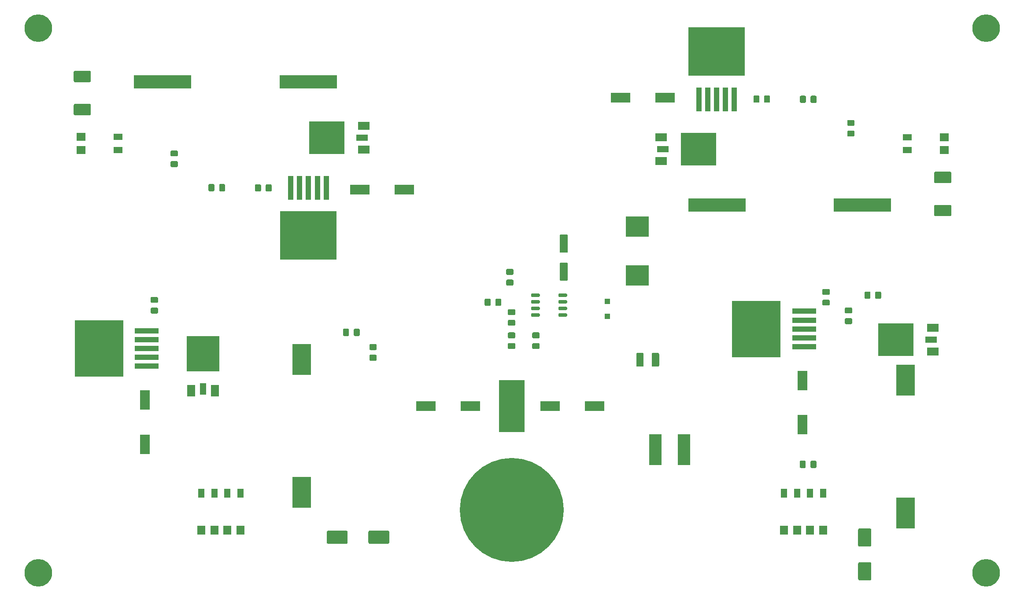
<source format=gbr>
G04 #@! TF.GenerationSoftware,KiCad,Pcbnew,(5.1.5)-3*
G04 #@! TF.CreationDate,2020-05-22T15:31:26-05:00*
G04 #@! TF.ProjectId,Power_Board,506f7765-725f-4426-9f61-72642e6b6963,rev?*
G04 #@! TF.SameCoordinates,Original*
G04 #@! TF.FileFunction,Soldermask,Top*
G04 #@! TF.FilePolarity,Negative*
%FSLAX46Y46*%
G04 Gerber Fmt 4.6, Leading zero omitted, Abs format (unit mm)*
G04 Created by KiCad (PCBNEW (5.1.5)-3) date 2020-05-22 15:31:26*
%MOMM*%
%LPD*%
G04 APERTURE LIST*
%ADD10R,1.905000X3.708400*%
%ADD11R,9.400000X10.800000*%
%ADD12R,4.600000X1.100000*%
%ADD13R,2.300000X1.500000*%
%ADD14R,2.200000X1.200000*%
%ADD15R,6.800000X6.300000*%
%ADD16R,6.300000X6.800000*%
%ADD17R,1.500000X2.300000*%
%ADD18R,1.200000X2.200000*%
%ADD19R,1.800000X1.200000*%
%ADD20R,1.800000X1.500000*%
%ADD21C,0.100000*%
%ADD22R,3.708400X1.905000*%
%ADD23R,11.000000X2.500000*%
%ADD24R,1.100000X4.600000*%
%ADD25R,10.800000X9.400000*%
%ADD26R,1.200000X1.800000*%
%ADD27R,1.500000X1.800000*%
%ADD28R,3.600000X6.000000*%
%ADD29R,2.450000X5.900000*%
%ADD30R,4.500000X4.000000*%
%ADD31C,20.000000*%
%ADD32C,1.100000*%
%ADD33R,5.000000X10.000000*%
%ADD34C,5.300000*%
%ADD35R,1.100000X1.100000*%
G04 APERTURE END LIST*
D10*
X204937360Y-109538760D03*
X204937360Y-118047760D03*
D11*
X196113540Y-99633260D03*
D12*
X205263540Y-96233260D03*
X205263540Y-97933260D03*
X205263540Y-99633260D03*
X205263540Y-101333260D03*
X205263540Y-103033260D03*
D13*
X230045860Y-103978300D03*
D14*
X229695860Y-101698300D03*
D13*
X230045860Y-99418300D03*
D15*
X222910860Y-101698300D03*
D16*
X89697040Y-104386840D03*
D17*
X91977040Y-111521840D03*
D18*
X89697040Y-111171840D03*
D17*
X87417040Y-111521840D03*
D10*
X78533740Y-113317520D03*
X78533740Y-121826520D03*
D12*
X78860440Y-106811520D03*
X78860440Y-105111520D03*
X78860440Y-103411520D03*
X78860440Y-101711520D03*
X78860440Y-100011520D03*
D11*
X69710440Y-103411520D03*
D19*
X225095140Y-62707520D03*
X225095140Y-65207520D03*
D20*
X232195140Y-65207520D03*
X232195140Y-62707520D03*
D21*
G36*
X214738745Y-61456924D02*
G01*
X214763013Y-61460524D01*
X214786812Y-61466485D01*
X214809911Y-61474750D01*
X214832090Y-61485240D01*
X214853133Y-61497852D01*
X214872839Y-61512467D01*
X214891017Y-61528943D01*
X214907493Y-61547121D01*
X214922108Y-61566827D01*
X214934720Y-61587870D01*
X214945210Y-61610049D01*
X214953475Y-61633148D01*
X214959436Y-61656947D01*
X214963036Y-61681215D01*
X214964240Y-61705719D01*
X214964240Y-62355721D01*
X214963036Y-62380225D01*
X214959436Y-62404493D01*
X214953475Y-62428292D01*
X214945210Y-62451391D01*
X214934720Y-62473570D01*
X214922108Y-62494613D01*
X214907493Y-62514319D01*
X214891017Y-62532497D01*
X214872839Y-62548973D01*
X214853133Y-62563588D01*
X214832090Y-62576200D01*
X214809911Y-62586690D01*
X214786812Y-62594955D01*
X214763013Y-62600916D01*
X214738745Y-62604516D01*
X214714241Y-62605720D01*
X213814239Y-62605720D01*
X213789735Y-62604516D01*
X213765467Y-62600916D01*
X213741668Y-62594955D01*
X213718569Y-62586690D01*
X213696390Y-62576200D01*
X213675347Y-62563588D01*
X213655641Y-62548973D01*
X213637463Y-62532497D01*
X213620987Y-62514319D01*
X213606372Y-62494613D01*
X213593760Y-62473570D01*
X213583270Y-62451391D01*
X213575005Y-62428292D01*
X213569044Y-62404493D01*
X213565444Y-62380225D01*
X213564240Y-62355721D01*
X213564240Y-61705719D01*
X213565444Y-61681215D01*
X213569044Y-61656947D01*
X213575005Y-61633148D01*
X213583270Y-61610049D01*
X213593760Y-61587870D01*
X213606372Y-61566827D01*
X213620987Y-61547121D01*
X213637463Y-61528943D01*
X213655641Y-61512467D01*
X213675347Y-61497852D01*
X213696390Y-61485240D01*
X213718569Y-61474750D01*
X213741668Y-61466485D01*
X213765467Y-61460524D01*
X213789735Y-61456924D01*
X213814239Y-61455720D01*
X214714241Y-61455720D01*
X214738745Y-61456924D01*
G37*
G36*
X214738745Y-59406924D02*
G01*
X214763013Y-59410524D01*
X214786812Y-59416485D01*
X214809911Y-59424750D01*
X214832090Y-59435240D01*
X214853133Y-59447852D01*
X214872839Y-59462467D01*
X214891017Y-59478943D01*
X214907493Y-59497121D01*
X214922108Y-59516827D01*
X214934720Y-59537870D01*
X214945210Y-59560049D01*
X214953475Y-59583148D01*
X214959436Y-59606947D01*
X214963036Y-59631215D01*
X214964240Y-59655719D01*
X214964240Y-60305721D01*
X214963036Y-60330225D01*
X214959436Y-60354493D01*
X214953475Y-60378292D01*
X214945210Y-60401391D01*
X214934720Y-60423570D01*
X214922108Y-60444613D01*
X214907493Y-60464319D01*
X214891017Y-60482497D01*
X214872839Y-60498973D01*
X214853133Y-60513588D01*
X214832090Y-60526200D01*
X214809911Y-60536690D01*
X214786812Y-60544955D01*
X214763013Y-60550916D01*
X214738745Y-60554516D01*
X214714241Y-60555720D01*
X213814239Y-60555720D01*
X213789735Y-60554516D01*
X213765467Y-60550916D01*
X213741668Y-60544955D01*
X213718569Y-60536690D01*
X213696390Y-60526200D01*
X213675347Y-60513588D01*
X213655641Y-60498973D01*
X213637463Y-60482497D01*
X213620987Y-60464319D01*
X213606372Y-60444613D01*
X213593760Y-60423570D01*
X213583270Y-60401391D01*
X213575005Y-60378292D01*
X213569044Y-60354493D01*
X213565444Y-60330225D01*
X213564240Y-60305721D01*
X213564240Y-59655719D01*
X213565444Y-59631215D01*
X213569044Y-59606947D01*
X213575005Y-59583148D01*
X213583270Y-59560049D01*
X213593760Y-59537870D01*
X213606372Y-59516827D01*
X213620987Y-59497121D01*
X213637463Y-59478943D01*
X213655641Y-59462467D01*
X213675347Y-59447852D01*
X213696390Y-59435240D01*
X213718569Y-59424750D01*
X213741668Y-59416485D01*
X213765467Y-59410524D01*
X213789735Y-59406924D01*
X213814239Y-59405720D01*
X214714241Y-59405720D01*
X214738745Y-59406924D01*
G37*
D22*
X178539140Y-55100220D03*
X170030140Y-55100220D03*
D21*
G36*
X233354643Y-69381124D02*
G01*
X233378912Y-69384724D01*
X233402710Y-69390685D01*
X233425810Y-69398950D01*
X233447989Y-69409440D01*
X233469032Y-69422053D01*
X233488738Y-69436668D01*
X233506916Y-69453144D01*
X233523392Y-69471322D01*
X233538007Y-69491028D01*
X233550620Y-69512071D01*
X233561110Y-69534250D01*
X233569375Y-69557350D01*
X233575336Y-69581148D01*
X233578936Y-69605417D01*
X233580140Y-69629921D01*
X233580140Y-71304919D01*
X233578936Y-71329423D01*
X233575336Y-71353692D01*
X233569375Y-71377490D01*
X233561110Y-71400590D01*
X233550620Y-71422769D01*
X233538007Y-71443812D01*
X233523392Y-71463518D01*
X233506916Y-71481696D01*
X233488738Y-71498172D01*
X233469032Y-71512787D01*
X233447989Y-71525400D01*
X233425810Y-71535890D01*
X233402710Y-71544155D01*
X233378912Y-71550116D01*
X233354643Y-71553716D01*
X233330139Y-71554920D01*
X230530141Y-71554920D01*
X230505637Y-71553716D01*
X230481368Y-71550116D01*
X230457570Y-71544155D01*
X230434470Y-71535890D01*
X230412291Y-71525400D01*
X230391248Y-71512787D01*
X230371542Y-71498172D01*
X230353364Y-71481696D01*
X230336888Y-71463518D01*
X230322273Y-71443812D01*
X230309660Y-71422769D01*
X230299170Y-71400590D01*
X230290905Y-71377490D01*
X230284944Y-71353692D01*
X230281344Y-71329423D01*
X230280140Y-71304919D01*
X230280140Y-69629921D01*
X230281344Y-69605417D01*
X230284944Y-69581148D01*
X230290905Y-69557350D01*
X230299170Y-69534250D01*
X230309660Y-69512071D01*
X230322273Y-69491028D01*
X230336888Y-69471322D01*
X230353364Y-69453144D01*
X230371542Y-69436668D01*
X230391248Y-69422053D01*
X230412291Y-69409440D01*
X230434470Y-69398950D01*
X230457570Y-69390685D01*
X230481368Y-69384724D01*
X230505637Y-69381124D01*
X230530141Y-69379920D01*
X233330139Y-69379920D01*
X233354643Y-69381124D01*
G37*
G36*
X233354643Y-75756124D02*
G01*
X233378912Y-75759724D01*
X233402710Y-75765685D01*
X233425810Y-75773950D01*
X233447989Y-75784440D01*
X233469032Y-75797053D01*
X233488738Y-75811668D01*
X233506916Y-75828144D01*
X233523392Y-75846322D01*
X233538007Y-75866028D01*
X233550620Y-75887071D01*
X233561110Y-75909250D01*
X233569375Y-75932350D01*
X233575336Y-75956148D01*
X233578936Y-75980417D01*
X233580140Y-76004921D01*
X233580140Y-77679919D01*
X233578936Y-77704423D01*
X233575336Y-77728692D01*
X233569375Y-77752490D01*
X233561110Y-77775590D01*
X233550620Y-77797769D01*
X233538007Y-77818812D01*
X233523392Y-77838518D01*
X233506916Y-77856696D01*
X233488738Y-77873172D01*
X233469032Y-77887787D01*
X233447989Y-77900400D01*
X233425810Y-77910890D01*
X233402710Y-77919155D01*
X233378912Y-77925116D01*
X233354643Y-77928716D01*
X233330139Y-77929920D01*
X230530141Y-77929920D01*
X230505637Y-77928716D01*
X230481368Y-77925116D01*
X230457570Y-77919155D01*
X230434470Y-77910890D01*
X230412291Y-77900400D01*
X230391248Y-77887787D01*
X230371542Y-77873172D01*
X230353364Y-77856696D01*
X230336888Y-77838518D01*
X230322273Y-77818812D01*
X230309660Y-77797769D01*
X230299170Y-77775590D01*
X230290905Y-77752490D01*
X230284944Y-77728692D01*
X230281344Y-77704423D01*
X230280140Y-77679919D01*
X230280140Y-76004921D01*
X230281344Y-75980417D01*
X230284944Y-75956148D01*
X230290905Y-75932350D01*
X230299170Y-75909250D01*
X230309660Y-75887071D01*
X230322273Y-75866028D01*
X230336888Y-75846322D01*
X230353364Y-75828144D01*
X230371542Y-75811668D01*
X230391248Y-75797053D01*
X230412291Y-75784440D01*
X230434470Y-75773950D01*
X230457570Y-75765685D01*
X230481368Y-75759724D01*
X230505637Y-75756124D01*
X230530141Y-75754920D01*
X233330139Y-75754920D01*
X233354643Y-75756124D01*
G37*
D23*
X188504040Y-75813920D03*
X216504040Y-75813920D03*
D15*
X184946840Y-65031620D03*
D13*
X177811840Y-67311620D03*
D14*
X178161840Y-65031620D03*
D13*
X177811840Y-62751620D03*
D24*
X185045140Y-55426920D03*
X186745140Y-55426920D03*
X188445140Y-55426920D03*
X190145140Y-55426920D03*
X191845140Y-55426920D03*
D25*
X188445140Y-46276920D03*
D21*
G36*
X198506445Y-54693524D02*
G01*
X198530713Y-54697124D01*
X198554512Y-54703085D01*
X198577611Y-54711350D01*
X198599790Y-54721840D01*
X198620833Y-54734452D01*
X198640539Y-54749067D01*
X198658717Y-54765543D01*
X198675193Y-54783721D01*
X198689808Y-54803427D01*
X198702420Y-54824470D01*
X198712910Y-54846649D01*
X198721175Y-54869748D01*
X198727136Y-54893547D01*
X198730736Y-54917815D01*
X198731940Y-54942319D01*
X198731940Y-55842321D01*
X198730736Y-55866825D01*
X198727136Y-55891093D01*
X198721175Y-55914892D01*
X198712910Y-55937991D01*
X198702420Y-55960170D01*
X198689808Y-55981213D01*
X198675193Y-56000919D01*
X198658717Y-56019097D01*
X198640539Y-56035573D01*
X198620833Y-56050188D01*
X198599790Y-56062800D01*
X198577611Y-56073290D01*
X198554512Y-56081555D01*
X198530713Y-56087516D01*
X198506445Y-56091116D01*
X198481941Y-56092320D01*
X197831939Y-56092320D01*
X197807435Y-56091116D01*
X197783167Y-56087516D01*
X197759368Y-56081555D01*
X197736269Y-56073290D01*
X197714090Y-56062800D01*
X197693047Y-56050188D01*
X197673341Y-56035573D01*
X197655163Y-56019097D01*
X197638687Y-56000919D01*
X197624072Y-55981213D01*
X197611460Y-55960170D01*
X197600970Y-55937991D01*
X197592705Y-55914892D01*
X197586744Y-55891093D01*
X197583144Y-55866825D01*
X197581940Y-55842321D01*
X197581940Y-54942319D01*
X197583144Y-54917815D01*
X197586744Y-54893547D01*
X197592705Y-54869748D01*
X197600970Y-54846649D01*
X197611460Y-54824470D01*
X197624072Y-54803427D01*
X197638687Y-54783721D01*
X197655163Y-54765543D01*
X197673341Y-54749067D01*
X197693047Y-54734452D01*
X197714090Y-54721840D01*
X197736269Y-54711350D01*
X197759368Y-54703085D01*
X197783167Y-54697124D01*
X197807435Y-54693524D01*
X197831939Y-54692320D01*
X198481941Y-54692320D01*
X198506445Y-54693524D01*
G37*
G36*
X196456445Y-54693524D02*
G01*
X196480713Y-54697124D01*
X196504512Y-54703085D01*
X196527611Y-54711350D01*
X196549790Y-54721840D01*
X196570833Y-54734452D01*
X196590539Y-54749067D01*
X196608717Y-54765543D01*
X196625193Y-54783721D01*
X196639808Y-54803427D01*
X196652420Y-54824470D01*
X196662910Y-54846649D01*
X196671175Y-54869748D01*
X196677136Y-54893547D01*
X196680736Y-54917815D01*
X196681940Y-54942319D01*
X196681940Y-55842321D01*
X196680736Y-55866825D01*
X196677136Y-55891093D01*
X196671175Y-55914892D01*
X196662910Y-55937991D01*
X196652420Y-55960170D01*
X196639808Y-55981213D01*
X196625193Y-56000919D01*
X196608717Y-56019097D01*
X196590539Y-56035573D01*
X196570833Y-56050188D01*
X196549790Y-56062800D01*
X196527611Y-56073290D01*
X196504512Y-56081555D01*
X196480713Y-56087516D01*
X196456445Y-56091116D01*
X196431941Y-56092320D01*
X195781939Y-56092320D01*
X195757435Y-56091116D01*
X195733167Y-56087516D01*
X195709368Y-56081555D01*
X195686269Y-56073290D01*
X195664090Y-56062800D01*
X195643047Y-56050188D01*
X195623341Y-56035573D01*
X195605163Y-56019097D01*
X195588687Y-56000919D01*
X195574072Y-55981213D01*
X195561460Y-55960170D01*
X195550970Y-55937991D01*
X195542705Y-55914892D01*
X195536744Y-55891093D01*
X195533144Y-55866825D01*
X195531940Y-55842321D01*
X195531940Y-54942319D01*
X195533144Y-54917815D01*
X195536744Y-54893547D01*
X195542705Y-54869748D01*
X195550970Y-54846649D01*
X195561460Y-54824470D01*
X195574072Y-54803427D01*
X195588687Y-54783721D01*
X195605163Y-54765543D01*
X195623341Y-54749067D01*
X195643047Y-54734452D01*
X195664090Y-54721840D01*
X195686269Y-54711350D01*
X195709368Y-54703085D01*
X195733167Y-54697124D01*
X195757435Y-54693524D01*
X195781939Y-54692320D01*
X196431941Y-54692320D01*
X196456445Y-54693524D01*
G37*
G36*
X205397245Y-54744324D02*
G01*
X205421513Y-54747924D01*
X205445312Y-54753885D01*
X205468411Y-54762150D01*
X205490590Y-54772640D01*
X205511633Y-54785252D01*
X205531339Y-54799867D01*
X205549517Y-54816343D01*
X205565993Y-54834521D01*
X205580608Y-54854227D01*
X205593220Y-54875270D01*
X205603710Y-54897449D01*
X205611975Y-54920548D01*
X205617936Y-54944347D01*
X205621536Y-54968615D01*
X205622740Y-54993119D01*
X205622740Y-55893121D01*
X205621536Y-55917625D01*
X205617936Y-55941893D01*
X205611975Y-55965692D01*
X205603710Y-55988791D01*
X205593220Y-56010970D01*
X205580608Y-56032013D01*
X205565993Y-56051719D01*
X205549517Y-56069897D01*
X205531339Y-56086373D01*
X205511633Y-56100988D01*
X205490590Y-56113600D01*
X205468411Y-56124090D01*
X205445312Y-56132355D01*
X205421513Y-56138316D01*
X205397245Y-56141916D01*
X205372741Y-56143120D01*
X204722739Y-56143120D01*
X204698235Y-56141916D01*
X204673967Y-56138316D01*
X204650168Y-56132355D01*
X204627069Y-56124090D01*
X204604890Y-56113600D01*
X204583847Y-56100988D01*
X204564141Y-56086373D01*
X204545963Y-56069897D01*
X204529487Y-56051719D01*
X204514872Y-56032013D01*
X204502260Y-56010970D01*
X204491770Y-55988791D01*
X204483505Y-55965692D01*
X204477544Y-55941893D01*
X204473944Y-55917625D01*
X204472740Y-55893121D01*
X204472740Y-54993119D01*
X204473944Y-54968615D01*
X204477544Y-54944347D01*
X204483505Y-54920548D01*
X204491770Y-54897449D01*
X204502260Y-54875270D01*
X204514872Y-54854227D01*
X204529487Y-54834521D01*
X204545963Y-54816343D01*
X204564141Y-54799867D01*
X204583847Y-54785252D01*
X204604890Y-54772640D01*
X204627069Y-54762150D01*
X204650168Y-54753885D01*
X204673967Y-54747924D01*
X204698235Y-54744324D01*
X204722739Y-54743120D01*
X205372741Y-54743120D01*
X205397245Y-54744324D01*
G37*
G36*
X207447245Y-54744324D02*
G01*
X207471513Y-54747924D01*
X207495312Y-54753885D01*
X207518411Y-54762150D01*
X207540590Y-54772640D01*
X207561633Y-54785252D01*
X207581339Y-54799867D01*
X207599517Y-54816343D01*
X207615993Y-54834521D01*
X207630608Y-54854227D01*
X207643220Y-54875270D01*
X207653710Y-54897449D01*
X207661975Y-54920548D01*
X207667936Y-54944347D01*
X207671536Y-54968615D01*
X207672740Y-54993119D01*
X207672740Y-55893121D01*
X207671536Y-55917625D01*
X207667936Y-55941893D01*
X207661975Y-55965692D01*
X207653710Y-55988791D01*
X207643220Y-56010970D01*
X207630608Y-56032013D01*
X207615993Y-56051719D01*
X207599517Y-56069897D01*
X207581339Y-56086373D01*
X207561633Y-56100988D01*
X207540590Y-56113600D01*
X207518411Y-56124090D01*
X207495312Y-56132355D01*
X207471513Y-56138316D01*
X207447245Y-56141916D01*
X207422741Y-56143120D01*
X206772739Y-56143120D01*
X206748235Y-56141916D01*
X206723967Y-56138316D01*
X206700168Y-56132355D01*
X206677069Y-56124090D01*
X206654890Y-56113600D01*
X206633847Y-56100988D01*
X206614141Y-56086373D01*
X206595963Y-56069897D01*
X206579487Y-56051719D01*
X206564872Y-56032013D01*
X206552260Y-56010970D01*
X206541770Y-55988791D01*
X206533505Y-55965692D01*
X206527544Y-55941893D01*
X206523944Y-55917625D01*
X206522740Y-55893121D01*
X206522740Y-54993119D01*
X206523944Y-54968615D01*
X206527544Y-54944347D01*
X206533505Y-54920548D01*
X206541770Y-54897449D01*
X206552260Y-54875270D01*
X206564872Y-54854227D01*
X206579487Y-54834521D01*
X206595963Y-54816343D01*
X206614141Y-54799867D01*
X206633847Y-54785252D01*
X206654890Y-54772640D01*
X206677069Y-54762150D01*
X206700168Y-54753885D01*
X206723967Y-54747924D01*
X206748235Y-54744324D01*
X206772739Y-54743120D01*
X207422741Y-54743120D01*
X207447245Y-54744324D01*
G37*
G36*
X91704305Y-71742004D02*
G01*
X91728573Y-71745604D01*
X91752372Y-71751565D01*
X91775471Y-71759830D01*
X91797650Y-71770320D01*
X91818693Y-71782932D01*
X91838399Y-71797547D01*
X91856577Y-71814023D01*
X91873053Y-71832201D01*
X91887668Y-71851907D01*
X91900280Y-71872950D01*
X91910770Y-71895129D01*
X91919035Y-71918228D01*
X91924996Y-71942027D01*
X91928596Y-71966295D01*
X91929800Y-71990799D01*
X91929800Y-72890801D01*
X91928596Y-72915305D01*
X91924996Y-72939573D01*
X91919035Y-72963372D01*
X91910770Y-72986471D01*
X91900280Y-73008650D01*
X91887668Y-73029693D01*
X91873053Y-73049399D01*
X91856577Y-73067577D01*
X91838399Y-73084053D01*
X91818693Y-73098668D01*
X91797650Y-73111280D01*
X91775471Y-73121770D01*
X91752372Y-73130035D01*
X91728573Y-73135996D01*
X91704305Y-73139596D01*
X91679801Y-73140800D01*
X91029799Y-73140800D01*
X91005295Y-73139596D01*
X90981027Y-73135996D01*
X90957228Y-73130035D01*
X90934129Y-73121770D01*
X90911950Y-73111280D01*
X90890907Y-73098668D01*
X90871201Y-73084053D01*
X90853023Y-73067577D01*
X90836547Y-73049399D01*
X90821932Y-73029693D01*
X90809320Y-73008650D01*
X90798830Y-72986471D01*
X90790565Y-72963372D01*
X90784604Y-72939573D01*
X90781004Y-72915305D01*
X90779800Y-72890801D01*
X90779800Y-71990799D01*
X90781004Y-71966295D01*
X90784604Y-71942027D01*
X90790565Y-71918228D01*
X90798830Y-71895129D01*
X90809320Y-71872950D01*
X90821932Y-71851907D01*
X90836547Y-71832201D01*
X90853023Y-71814023D01*
X90871201Y-71797547D01*
X90890907Y-71782932D01*
X90911950Y-71770320D01*
X90934129Y-71759830D01*
X90957228Y-71751565D01*
X90981027Y-71745604D01*
X91005295Y-71742004D01*
X91029799Y-71740800D01*
X91679801Y-71740800D01*
X91704305Y-71742004D01*
G37*
G36*
X93754305Y-71742004D02*
G01*
X93778573Y-71745604D01*
X93802372Y-71751565D01*
X93825471Y-71759830D01*
X93847650Y-71770320D01*
X93868693Y-71782932D01*
X93888399Y-71797547D01*
X93906577Y-71814023D01*
X93923053Y-71832201D01*
X93937668Y-71851907D01*
X93950280Y-71872950D01*
X93960770Y-71895129D01*
X93969035Y-71918228D01*
X93974996Y-71942027D01*
X93978596Y-71966295D01*
X93979800Y-71990799D01*
X93979800Y-72890801D01*
X93978596Y-72915305D01*
X93974996Y-72939573D01*
X93969035Y-72963372D01*
X93960770Y-72986471D01*
X93950280Y-73008650D01*
X93937668Y-73029693D01*
X93923053Y-73049399D01*
X93906577Y-73067577D01*
X93888399Y-73084053D01*
X93868693Y-73098668D01*
X93847650Y-73111280D01*
X93825471Y-73121770D01*
X93802372Y-73130035D01*
X93778573Y-73135996D01*
X93754305Y-73139596D01*
X93729801Y-73140800D01*
X93079799Y-73140800D01*
X93055295Y-73139596D01*
X93031027Y-73135996D01*
X93007228Y-73130035D01*
X92984129Y-73121770D01*
X92961950Y-73111280D01*
X92940907Y-73098668D01*
X92921201Y-73084053D01*
X92903023Y-73067577D01*
X92886547Y-73049399D01*
X92871932Y-73029693D01*
X92859320Y-73008650D01*
X92848830Y-72986471D01*
X92840565Y-72963372D01*
X92834604Y-72939573D01*
X92831004Y-72915305D01*
X92829800Y-72890801D01*
X92829800Y-71990799D01*
X92831004Y-71966295D01*
X92834604Y-71942027D01*
X92840565Y-71918228D01*
X92848830Y-71895129D01*
X92859320Y-71872950D01*
X92871932Y-71851907D01*
X92886547Y-71832201D01*
X92903023Y-71814023D01*
X92921201Y-71797547D01*
X92940907Y-71782932D01*
X92961950Y-71770320D01*
X92984129Y-71759830D01*
X93007228Y-71751565D01*
X93031027Y-71745604D01*
X93055295Y-71742004D01*
X93079799Y-71740800D01*
X93729801Y-71740800D01*
X93754305Y-71742004D01*
G37*
D19*
X73357400Y-65176400D03*
X73357400Y-62676400D03*
D20*
X66257400Y-62676400D03*
X66257400Y-65176400D03*
D26*
X96909800Y-131244400D03*
X94409800Y-131244400D03*
X91909800Y-131244400D03*
X89409800Y-131244400D03*
D27*
X96909800Y-138344400D03*
X94409800Y-138344400D03*
X91909800Y-138344400D03*
X89409800Y-138344400D03*
X201420200Y-138344400D03*
X203920200Y-138344400D03*
X206420200Y-138344400D03*
X208920200Y-138344400D03*
D26*
X201420200Y-131244400D03*
X203920200Y-131244400D03*
X206420200Y-131244400D03*
X208920200Y-131244400D03*
D21*
G36*
X159579223Y-92843722D02*
G01*
X159593784Y-92845882D01*
X159608063Y-92849459D01*
X159621923Y-92854418D01*
X159635230Y-92860712D01*
X159647856Y-92868280D01*
X159659679Y-92877048D01*
X159670586Y-92886934D01*
X159680472Y-92897841D01*
X159689240Y-92909664D01*
X159696808Y-92922290D01*
X159703102Y-92935597D01*
X159708061Y-92949457D01*
X159711638Y-92963736D01*
X159713798Y-92978297D01*
X159714520Y-92993000D01*
X159714520Y-93293000D01*
X159713798Y-93307703D01*
X159711638Y-93322264D01*
X159708061Y-93336543D01*
X159703102Y-93350403D01*
X159696808Y-93363710D01*
X159689240Y-93376336D01*
X159680472Y-93388159D01*
X159670586Y-93399066D01*
X159659679Y-93408952D01*
X159647856Y-93417720D01*
X159635230Y-93425288D01*
X159621923Y-93431582D01*
X159608063Y-93436541D01*
X159593784Y-93440118D01*
X159579223Y-93442278D01*
X159564520Y-93443000D01*
X158214520Y-93443000D01*
X158199817Y-93442278D01*
X158185256Y-93440118D01*
X158170977Y-93436541D01*
X158157117Y-93431582D01*
X158143810Y-93425288D01*
X158131184Y-93417720D01*
X158119361Y-93408952D01*
X158108454Y-93399066D01*
X158098568Y-93388159D01*
X158089800Y-93376336D01*
X158082232Y-93363710D01*
X158075938Y-93350403D01*
X158070979Y-93336543D01*
X158067402Y-93322264D01*
X158065242Y-93307703D01*
X158064520Y-93293000D01*
X158064520Y-92993000D01*
X158065242Y-92978297D01*
X158067402Y-92963736D01*
X158070979Y-92949457D01*
X158075938Y-92935597D01*
X158082232Y-92922290D01*
X158089800Y-92909664D01*
X158098568Y-92897841D01*
X158108454Y-92886934D01*
X158119361Y-92877048D01*
X158131184Y-92868280D01*
X158143810Y-92860712D01*
X158157117Y-92854418D01*
X158170977Y-92849459D01*
X158185256Y-92845882D01*
X158199817Y-92843722D01*
X158214520Y-92843000D01*
X159564520Y-92843000D01*
X159579223Y-92843722D01*
G37*
G36*
X159579223Y-94113722D02*
G01*
X159593784Y-94115882D01*
X159608063Y-94119459D01*
X159621923Y-94124418D01*
X159635230Y-94130712D01*
X159647856Y-94138280D01*
X159659679Y-94147048D01*
X159670586Y-94156934D01*
X159680472Y-94167841D01*
X159689240Y-94179664D01*
X159696808Y-94192290D01*
X159703102Y-94205597D01*
X159708061Y-94219457D01*
X159711638Y-94233736D01*
X159713798Y-94248297D01*
X159714520Y-94263000D01*
X159714520Y-94563000D01*
X159713798Y-94577703D01*
X159711638Y-94592264D01*
X159708061Y-94606543D01*
X159703102Y-94620403D01*
X159696808Y-94633710D01*
X159689240Y-94646336D01*
X159680472Y-94658159D01*
X159670586Y-94669066D01*
X159659679Y-94678952D01*
X159647856Y-94687720D01*
X159635230Y-94695288D01*
X159621923Y-94701582D01*
X159608063Y-94706541D01*
X159593784Y-94710118D01*
X159579223Y-94712278D01*
X159564520Y-94713000D01*
X158214520Y-94713000D01*
X158199817Y-94712278D01*
X158185256Y-94710118D01*
X158170977Y-94706541D01*
X158157117Y-94701582D01*
X158143810Y-94695288D01*
X158131184Y-94687720D01*
X158119361Y-94678952D01*
X158108454Y-94669066D01*
X158098568Y-94658159D01*
X158089800Y-94646336D01*
X158082232Y-94633710D01*
X158075938Y-94620403D01*
X158070979Y-94606543D01*
X158067402Y-94592264D01*
X158065242Y-94577703D01*
X158064520Y-94563000D01*
X158064520Y-94263000D01*
X158065242Y-94248297D01*
X158067402Y-94233736D01*
X158070979Y-94219457D01*
X158075938Y-94205597D01*
X158082232Y-94192290D01*
X158089800Y-94179664D01*
X158098568Y-94167841D01*
X158108454Y-94156934D01*
X158119361Y-94147048D01*
X158131184Y-94138280D01*
X158143810Y-94130712D01*
X158157117Y-94124418D01*
X158170977Y-94119459D01*
X158185256Y-94115882D01*
X158199817Y-94113722D01*
X158214520Y-94113000D01*
X159564520Y-94113000D01*
X159579223Y-94113722D01*
G37*
G36*
X159579223Y-95383722D02*
G01*
X159593784Y-95385882D01*
X159608063Y-95389459D01*
X159621923Y-95394418D01*
X159635230Y-95400712D01*
X159647856Y-95408280D01*
X159659679Y-95417048D01*
X159670586Y-95426934D01*
X159680472Y-95437841D01*
X159689240Y-95449664D01*
X159696808Y-95462290D01*
X159703102Y-95475597D01*
X159708061Y-95489457D01*
X159711638Y-95503736D01*
X159713798Y-95518297D01*
X159714520Y-95533000D01*
X159714520Y-95833000D01*
X159713798Y-95847703D01*
X159711638Y-95862264D01*
X159708061Y-95876543D01*
X159703102Y-95890403D01*
X159696808Y-95903710D01*
X159689240Y-95916336D01*
X159680472Y-95928159D01*
X159670586Y-95939066D01*
X159659679Y-95948952D01*
X159647856Y-95957720D01*
X159635230Y-95965288D01*
X159621923Y-95971582D01*
X159608063Y-95976541D01*
X159593784Y-95980118D01*
X159579223Y-95982278D01*
X159564520Y-95983000D01*
X158214520Y-95983000D01*
X158199817Y-95982278D01*
X158185256Y-95980118D01*
X158170977Y-95976541D01*
X158157117Y-95971582D01*
X158143810Y-95965288D01*
X158131184Y-95957720D01*
X158119361Y-95948952D01*
X158108454Y-95939066D01*
X158098568Y-95928159D01*
X158089800Y-95916336D01*
X158082232Y-95903710D01*
X158075938Y-95890403D01*
X158070979Y-95876543D01*
X158067402Y-95862264D01*
X158065242Y-95847703D01*
X158064520Y-95833000D01*
X158064520Y-95533000D01*
X158065242Y-95518297D01*
X158067402Y-95503736D01*
X158070979Y-95489457D01*
X158075938Y-95475597D01*
X158082232Y-95462290D01*
X158089800Y-95449664D01*
X158098568Y-95437841D01*
X158108454Y-95426934D01*
X158119361Y-95417048D01*
X158131184Y-95408280D01*
X158143810Y-95400712D01*
X158157117Y-95394418D01*
X158170977Y-95389459D01*
X158185256Y-95385882D01*
X158199817Y-95383722D01*
X158214520Y-95383000D01*
X159564520Y-95383000D01*
X159579223Y-95383722D01*
G37*
G36*
X159579223Y-96653722D02*
G01*
X159593784Y-96655882D01*
X159608063Y-96659459D01*
X159621923Y-96664418D01*
X159635230Y-96670712D01*
X159647856Y-96678280D01*
X159659679Y-96687048D01*
X159670586Y-96696934D01*
X159680472Y-96707841D01*
X159689240Y-96719664D01*
X159696808Y-96732290D01*
X159703102Y-96745597D01*
X159708061Y-96759457D01*
X159711638Y-96773736D01*
X159713798Y-96788297D01*
X159714520Y-96803000D01*
X159714520Y-97103000D01*
X159713798Y-97117703D01*
X159711638Y-97132264D01*
X159708061Y-97146543D01*
X159703102Y-97160403D01*
X159696808Y-97173710D01*
X159689240Y-97186336D01*
X159680472Y-97198159D01*
X159670586Y-97209066D01*
X159659679Y-97218952D01*
X159647856Y-97227720D01*
X159635230Y-97235288D01*
X159621923Y-97241582D01*
X159608063Y-97246541D01*
X159593784Y-97250118D01*
X159579223Y-97252278D01*
X159564520Y-97253000D01*
X158214520Y-97253000D01*
X158199817Y-97252278D01*
X158185256Y-97250118D01*
X158170977Y-97246541D01*
X158157117Y-97241582D01*
X158143810Y-97235288D01*
X158131184Y-97227720D01*
X158119361Y-97218952D01*
X158108454Y-97209066D01*
X158098568Y-97198159D01*
X158089800Y-97186336D01*
X158082232Y-97173710D01*
X158075938Y-97160403D01*
X158070979Y-97146543D01*
X158067402Y-97132264D01*
X158065242Y-97117703D01*
X158064520Y-97103000D01*
X158064520Y-96803000D01*
X158065242Y-96788297D01*
X158067402Y-96773736D01*
X158070979Y-96759457D01*
X158075938Y-96745597D01*
X158082232Y-96732290D01*
X158089800Y-96719664D01*
X158098568Y-96707841D01*
X158108454Y-96696934D01*
X158119361Y-96687048D01*
X158131184Y-96678280D01*
X158143810Y-96670712D01*
X158157117Y-96664418D01*
X158170977Y-96659459D01*
X158185256Y-96655882D01*
X158199817Y-96653722D01*
X158214520Y-96653000D01*
X159564520Y-96653000D01*
X159579223Y-96653722D01*
G37*
G36*
X154329223Y-96653722D02*
G01*
X154343784Y-96655882D01*
X154358063Y-96659459D01*
X154371923Y-96664418D01*
X154385230Y-96670712D01*
X154397856Y-96678280D01*
X154409679Y-96687048D01*
X154420586Y-96696934D01*
X154430472Y-96707841D01*
X154439240Y-96719664D01*
X154446808Y-96732290D01*
X154453102Y-96745597D01*
X154458061Y-96759457D01*
X154461638Y-96773736D01*
X154463798Y-96788297D01*
X154464520Y-96803000D01*
X154464520Y-97103000D01*
X154463798Y-97117703D01*
X154461638Y-97132264D01*
X154458061Y-97146543D01*
X154453102Y-97160403D01*
X154446808Y-97173710D01*
X154439240Y-97186336D01*
X154430472Y-97198159D01*
X154420586Y-97209066D01*
X154409679Y-97218952D01*
X154397856Y-97227720D01*
X154385230Y-97235288D01*
X154371923Y-97241582D01*
X154358063Y-97246541D01*
X154343784Y-97250118D01*
X154329223Y-97252278D01*
X154314520Y-97253000D01*
X152964520Y-97253000D01*
X152949817Y-97252278D01*
X152935256Y-97250118D01*
X152920977Y-97246541D01*
X152907117Y-97241582D01*
X152893810Y-97235288D01*
X152881184Y-97227720D01*
X152869361Y-97218952D01*
X152858454Y-97209066D01*
X152848568Y-97198159D01*
X152839800Y-97186336D01*
X152832232Y-97173710D01*
X152825938Y-97160403D01*
X152820979Y-97146543D01*
X152817402Y-97132264D01*
X152815242Y-97117703D01*
X152814520Y-97103000D01*
X152814520Y-96803000D01*
X152815242Y-96788297D01*
X152817402Y-96773736D01*
X152820979Y-96759457D01*
X152825938Y-96745597D01*
X152832232Y-96732290D01*
X152839800Y-96719664D01*
X152848568Y-96707841D01*
X152858454Y-96696934D01*
X152869361Y-96687048D01*
X152881184Y-96678280D01*
X152893810Y-96670712D01*
X152907117Y-96664418D01*
X152920977Y-96659459D01*
X152935256Y-96655882D01*
X152949817Y-96653722D01*
X152964520Y-96653000D01*
X154314520Y-96653000D01*
X154329223Y-96653722D01*
G37*
G36*
X154329223Y-95383722D02*
G01*
X154343784Y-95385882D01*
X154358063Y-95389459D01*
X154371923Y-95394418D01*
X154385230Y-95400712D01*
X154397856Y-95408280D01*
X154409679Y-95417048D01*
X154420586Y-95426934D01*
X154430472Y-95437841D01*
X154439240Y-95449664D01*
X154446808Y-95462290D01*
X154453102Y-95475597D01*
X154458061Y-95489457D01*
X154461638Y-95503736D01*
X154463798Y-95518297D01*
X154464520Y-95533000D01*
X154464520Y-95833000D01*
X154463798Y-95847703D01*
X154461638Y-95862264D01*
X154458061Y-95876543D01*
X154453102Y-95890403D01*
X154446808Y-95903710D01*
X154439240Y-95916336D01*
X154430472Y-95928159D01*
X154420586Y-95939066D01*
X154409679Y-95948952D01*
X154397856Y-95957720D01*
X154385230Y-95965288D01*
X154371923Y-95971582D01*
X154358063Y-95976541D01*
X154343784Y-95980118D01*
X154329223Y-95982278D01*
X154314520Y-95983000D01*
X152964520Y-95983000D01*
X152949817Y-95982278D01*
X152935256Y-95980118D01*
X152920977Y-95976541D01*
X152907117Y-95971582D01*
X152893810Y-95965288D01*
X152881184Y-95957720D01*
X152869361Y-95948952D01*
X152858454Y-95939066D01*
X152848568Y-95928159D01*
X152839800Y-95916336D01*
X152832232Y-95903710D01*
X152825938Y-95890403D01*
X152820979Y-95876543D01*
X152817402Y-95862264D01*
X152815242Y-95847703D01*
X152814520Y-95833000D01*
X152814520Y-95533000D01*
X152815242Y-95518297D01*
X152817402Y-95503736D01*
X152820979Y-95489457D01*
X152825938Y-95475597D01*
X152832232Y-95462290D01*
X152839800Y-95449664D01*
X152848568Y-95437841D01*
X152858454Y-95426934D01*
X152869361Y-95417048D01*
X152881184Y-95408280D01*
X152893810Y-95400712D01*
X152907117Y-95394418D01*
X152920977Y-95389459D01*
X152935256Y-95385882D01*
X152949817Y-95383722D01*
X152964520Y-95383000D01*
X154314520Y-95383000D01*
X154329223Y-95383722D01*
G37*
G36*
X154329223Y-94113722D02*
G01*
X154343784Y-94115882D01*
X154358063Y-94119459D01*
X154371923Y-94124418D01*
X154385230Y-94130712D01*
X154397856Y-94138280D01*
X154409679Y-94147048D01*
X154420586Y-94156934D01*
X154430472Y-94167841D01*
X154439240Y-94179664D01*
X154446808Y-94192290D01*
X154453102Y-94205597D01*
X154458061Y-94219457D01*
X154461638Y-94233736D01*
X154463798Y-94248297D01*
X154464520Y-94263000D01*
X154464520Y-94563000D01*
X154463798Y-94577703D01*
X154461638Y-94592264D01*
X154458061Y-94606543D01*
X154453102Y-94620403D01*
X154446808Y-94633710D01*
X154439240Y-94646336D01*
X154430472Y-94658159D01*
X154420586Y-94669066D01*
X154409679Y-94678952D01*
X154397856Y-94687720D01*
X154385230Y-94695288D01*
X154371923Y-94701582D01*
X154358063Y-94706541D01*
X154343784Y-94710118D01*
X154329223Y-94712278D01*
X154314520Y-94713000D01*
X152964520Y-94713000D01*
X152949817Y-94712278D01*
X152935256Y-94710118D01*
X152920977Y-94706541D01*
X152907117Y-94701582D01*
X152893810Y-94695288D01*
X152881184Y-94687720D01*
X152869361Y-94678952D01*
X152858454Y-94669066D01*
X152848568Y-94658159D01*
X152839800Y-94646336D01*
X152832232Y-94633710D01*
X152825938Y-94620403D01*
X152820979Y-94606543D01*
X152817402Y-94592264D01*
X152815242Y-94577703D01*
X152814520Y-94563000D01*
X152814520Y-94263000D01*
X152815242Y-94248297D01*
X152817402Y-94233736D01*
X152820979Y-94219457D01*
X152825938Y-94205597D01*
X152832232Y-94192290D01*
X152839800Y-94179664D01*
X152848568Y-94167841D01*
X152858454Y-94156934D01*
X152869361Y-94147048D01*
X152881184Y-94138280D01*
X152893810Y-94130712D01*
X152907117Y-94124418D01*
X152920977Y-94119459D01*
X152935256Y-94115882D01*
X152949817Y-94113722D01*
X152964520Y-94113000D01*
X154314520Y-94113000D01*
X154329223Y-94113722D01*
G37*
G36*
X154329223Y-92843722D02*
G01*
X154343784Y-92845882D01*
X154358063Y-92849459D01*
X154371923Y-92854418D01*
X154385230Y-92860712D01*
X154397856Y-92868280D01*
X154409679Y-92877048D01*
X154420586Y-92886934D01*
X154430472Y-92897841D01*
X154439240Y-92909664D01*
X154446808Y-92922290D01*
X154453102Y-92935597D01*
X154458061Y-92949457D01*
X154461638Y-92963736D01*
X154463798Y-92978297D01*
X154464520Y-92993000D01*
X154464520Y-93293000D01*
X154463798Y-93307703D01*
X154461638Y-93322264D01*
X154458061Y-93336543D01*
X154453102Y-93350403D01*
X154446808Y-93363710D01*
X154439240Y-93376336D01*
X154430472Y-93388159D01*
X154420586Y-93399066D01*
X154409679Y-93408952D01*
X154397856Y-93417720D01*
X154385230Y-93425288D01*
X154371923Y-93431582D01*
X154358063Y-93436541D01*
X154343784Y-93440118D01*
X154329223Y-93442278D01*
X154314520Y-93443000D01*
X152964520Y-93443000D01*
X152949817Y-93442278D01*
X152935256Y-93440118D01*
X152920977Y-93436541D01*
X152907117Y-93431582D01*
X152893810Y-93425288D01*
X152881184Y-93417720D01*
X152869361Y-93408952D01*
X152858454Y-93399066D01*
X152848568Y-93388159D01*
X152839800Y-93376336D01*
X152832232Y-93363710D01*
X152825938Y-93350403D01*
X152820979Y-93336543D01*
X152817402Y-93322264D01*
X152815242Y-93307703D01*
X152814520Y-93293000D01*
X152814520Y-92993000D01*
X152815242Y-92978297D01*
X152817402Y-92963736D01*
X152820979Y-92949457D01*
X152825938Y-92935597D01*
X152832232Y-92922290D01*
X152839800Y-92909664D01*
X152848568Y-92897841D01*
X152858454Y-92886934D01*
X152869361Y-92877048D01*
X152881184Y-92868280D01*
X152893810Y-92860712D01*
X152907117Y-92854418D01*
X152920977Y-92849459D01*
X152935256Y-92845882D01*
X152949817Y-92843722D01*
X152964520Y-92843000D01*
X154314520Y-92843000D01*
X154329223Y-92843722D01*
G37*
D25*
X110007400Y-81607000D03*
D24*
X106607400Y-72457000D03*
X108307400Y-72457000D03*
X110007400Y-72457000D03*
X111707400Y-72457000D03*
X113407400Y-72457000D03*
D21*
G36*
X80844665Y-95523904D02*
G01*
X80868933Y-95527504D01*
X80892732Y-95533465D01*
X80915831Y-95541730D01*
X80938010Y-95552220D01*
X80959053Y-95564832D01*
X80978759Y-95579447D01*
X80996937Y-95595923D01*
X81013413Y-95614101D01*
X81028028Y-95633807D01*
X81040640Y-95654850D01*
X81051130Y-95677029D01*
X81059395Y-95700128D01*
X81065356Y-95723927D01*
X81068956Y-95748195D01*
X81070160Y-95772699D01*
X81070160Y-96422701D01*
X81068956Y-96447205D01*
X81065356Y-96471473D01*
X81059395Y-96495272D01*
X81051130Y-96518371D01*
X81040640Y-96540550D01*
X81028028Y-96561593D01*
X81013413Y-96581299D01*
X80996937Y-96599477D01*
X80978759Y-96615953D01*
X80959053Y-96630568D01*
X80938010Y-96643180D01*
X80915831Y-96653670D01*
X80892732Y-96661935D01*
X80868933Y-96667896D01*
X80844665Y-96671496D01*
X80820161Y-96672700D01*
X79920159Y-96672700D01*
X79895655Y-96671496D01*
X79871387Y-96667896D01*
X79847588Y-96661935D01*
X79824489Y-96653670D01*
X79802310Y-96643180D01*
X79781267Y-96630568D01*
X79761561Y-96615953D01*
X79743383Y-96599477D01*
X79726907Y-96581299D01*
X79712292Y-96561593D01*
X79699680Y-96540550D01*
X79689190Y-96518371D01*
X79680925Y-96495272D01*
X79674964Y-96471473D01*
X79671364Y-96447205D01*
X79670160Y-96422701D01*
X79670160Y-95772699D01*
X79671364Y-95748195D01*
X79674964Y-95723927D01*
X79680925Y-95700128D01*
X79689190Y-95677029D01*
X79699680Y-95654850D01*
X79712292Y-95633807D01*
X79726907Y-95614101D01*
X79743383Y-95595923D01*
X79761561Y-95579447D01*
X79781267Y-95564832D01*
X79802310Y-95552220D01*
X79824489Y-95541730D01*
X79847588Y-95533465D01*
X79871387Y-95527504D01*
X79895655Y-95523904D01*
X79920159Y-95522700D01*
X80820161Y-95522700D01*
X80844665Y-95523904D01*
G37*
G36*
X80844665Y-93473904D02*
G01*
X80868933Y-93477504D01*
X80892732Y-93483465D01*
X80915831Y-93491730D01*
X80938010Y-93502220D01*
X80959053Y-93514832D01*
X80978759Y-93529447D01*
X80996937Y-93545923D01*
X81013413Y-93564101D01*
X81028028Y-93583807D01*
X81040640Y-93604850D01*
X81051130Y-93627029D01*
X81059395Y-93650128D01*
X81065356Y-93673927D01*
X81068956Y-93698195D01*
X81070160Y-93722699D01*
X81070160Y-94372701D01*
X81068956Y-94397205D01*
X81065356Y-94421473D01*
X81059395Y-94445272D01*
X81051130Y-94468371D01*
X81040640Y-94490550D01*
X81028028Y-94511593D01*
X81013413Y-94531299D01*
X80996937Y-94549477D01*
X80978759Y-94565953D01*
X80959053Y-94580568D01*
X80938010Y-94593180D01*
X80915831Y-94603670D01*
X80892732Y-94611935D01*
X80868933Y-94617896D01*
X80844665Y-94621496D01*
X80820161Y-94622700D01*
X79920159Y-94622700D01*
X79895655Y-94621496D01*
X79871387Y-94617896D01*
X79847588Y-94611935D01*
X79824489Y-94603670D01*
X79802310Y-94593180D01*
X79781267Y-94580568D01*
X79761561Y-94565953D01*
X79743383Y-94549477D01*
X79726907Y-94531299D01*
X79712292Y-94511593D01*
X79699680Y-94490550D01*
X79689190Y-94468371D01*
X79680925Y-94445272D01*
X79674964Y-94421473D01*
X79671364Y-94397205D01*
X79670160Y-94372701D01*
X79670160Y-93722699D01*
X79671364Y-93698195D01*
X79674964Y-93673927D01*
X79680925Y-93650128D01*
X79689190Y-93627029D01*
X79699680Y-93604850D01*
X79712292Y-93583807D01*
X79726907Y-93564101D01*
X79743383Y-93545923D01*
X79761561Y-93529447D01*
X79781267Y-93514832D01*
X79802310Y-93502220D01*
X79824489Y-93491730D01*
X79847588Y-93483465D01*
X79871387Y-93477504D01*
X79895655Y-93473904D01*
X79920159Y-93472700D01*
X80820161Y-93472700D01*
X80844665Y-93473904D01*
G37*
G36*
X149516625Y-102344464D02*
G01*
X149540893Y-102348064D01*
X149564692Y-102354025D01*
X149587791Y-102362290D01*
X149609970Y-102372780D01*
X149631013Y-102385392D01*
X149650719Y-102400007D01*
X149668897Y-102416483D01*
X149685373Y-102434661D01*
X149699988Y-102454367D01*
X149712600Y-102475410D01*
X149723090Y-102497589D01*
X149731355Y-102520688D01*
X149737316Y-102544487D01*
X149740916Y-102568755D01*
X149742120Y-102593259D01*
X149742120Y-103243261D01*
X149740916Y-103267765D01*
X149737316Y-103292033D01*
X149731355Y-103315832D01*
X149723090Y-103338931D01*
X149712600Y-103361110D01*
X149699988Y-103382153D01*
X149685373Y-103401859D01*
X149668897Y-103420037D01*
X149650719Y-103436513D01*
X149631013Y-103451128D01*
X149609970Y-103463740D01*
X149587791Y-103474230D01*
X149564692Y-103482495D01*
X149540893Y-103488456D01*
X149516625Y-103492056D01*
X149492121Y-103493260D01*
X148592119Y-103493260D01*
X148567615Y-103492056D01*
X148543347Y-103488456D01*
X148519548Y-103482495D01*
X148496449Y-103474230D01*
X148474270Y-103463740D01*
X148453227Y-103451128D01*
X148433521Y-103436513D01*
X148415343Y-103420037D01*
X148398867Y-103401859D01*
X148384252Y-103382153D01*
X148371640Y-103361110D01*
X148361150Y-103338931D01*
X148352885Y-103315832D01*
X148346924Y-103292033D01*
X148343324Y-103267765D01*
X148342120Y-103243261D01*
X148342120Y-102593259D01*
X148343324Y-102568755D01*
X148346924Y-102544487D01*
X148352885Y-102520688D01*
X148361150Y-102497589D01*
X148371640Y-102475410D01*
X148384252Y-102454367D01*
X148398867Y-102434661D01*
X148415343Y-102416483D01*
X148433521Y-102400007D01*
X148453227Y-102385392D01*
X148474270Y-102372780D01*
X148496449Y-102362290D01*
X148519548Y-102354025D01*
X148543347Y-102348064D01*
X148567615Y-102344464D01*
X148592119Y-102343260D01*
X149492121Y-102343260D01*
X149516625Y-102344464D01*
G37*
G36*
X149516625Y-100294464D02*
G01*
X149540893Y-100298064D01*
X149564692Y-100304025D01*
X149587791Y-100312290D01*
X149609970Y-100322780D01*
X149631013Y-100335392D01*
X149650719Y-100350007D01*
X149668897Y-100366483D01*
X149685373Y-100384661D01*
X149699988Y-100404367D01*
X149712600Y-100425410D01*
X149723090Y-100447589D01*
X149731355Y-100470688D01*
X149737316Y-100494487D01*
X149740916Y-100518755D01*
X149742120Y-100543259D01*
X149742120Y-101193261D01*
X149740916Y-101217765D01*
X149737316Y-101242033D01*
X149731355Y-101265832D01*
X149723090Y-101288931D01*
X149712600Y-101311110D01*
X149699988Y-101332153D01*
X149685373Y-101351859D01*
X149668897Y-101370037D01*
X149650719Y-101386513D01*
X149631013Y-101401128D01*
X149609970Y-101413740D01*
X149587791Y-101424230D01*
X149564692Y-101432495D01*
X149540893Y-101438456D01*
X149516625Y-101442056D01*
X149492121Y-101443260D01*
X148592119Y-101443260D01*
X148567615Y-101442056D01*
X148543347Y-101438456D01*
X148519548Y-101432495D01*
X148496449Y-101424230D01*
X148474270Y-101413740D01*
X148453227Y-101401128D01*
X148433521Y-101386513D01*
X148415343Y-101370037D01*
X148398867Y-101351859D01*
X148384252Y-101332153D01*
X148371640Y-101311110D01*
X148361150Y-101288931D01*
X148352885Y-101265832D01*
X148346924Y-101242033D01*
X148343324Y-101217765D01*
X148342120Y-101193261D01*
X148342120Y-100543259D01*
X148343324Y-100518755D01*
X148346924Y-100494487D01*
X148352885Y-100470688D01*
X148361150Y-100447589D01*
X148371640Y-100425410D01*
X148384252Y-100404367D01*
X148398867Y-100384661D01*
X148415343Y-100366483D01*
X148433521Y-100350007D01*
X148453227Y-100335392D01*
X148474270Y-100322780D01*
X148496449Y-100312290D01*
X148519548Y-100304025D01*
X148543347Y-100298064D01*
X148567615Y-100294464D01*
X148592119Y-100293260D01*
X149492121Y-100293260D01*
X149516625Y-100294464D01*
G37*
G36*
X209966085Y-93981624D02*
G01*
X209990353Y-93985224D01*
X210014152Y-93991185D01*
X210037251Y-93999450D01*
X210059430Y-94009940D01*
X210080473Y-94022552D01*
X210100179Y-94037167D01*
X210118357Y-94053643D01*
X210134833Y-94071821D01*
X210149448Y-94091527D01*
X210162060Y-94112570D01*
X210172550Y-94134749D01*
X210180815Y-94157848D01*
X210186776Y-94181647D01*
X210190376Y-94205915D01*
X210191580Y-94230419D01*
X210191580Y-94880421D01*
X210190376Y-94904925D01*
X210186776Y-94929193D01*
X210180815Y-94952992D01*
X210172550Y-94976091D01*
X210162060Y-94998270D01*
X210149448Y-95019313D01*
X210134833Y-95039019D01*
X210118357Y-95057197D01*
X210100179Y-95073673D01*
X210080473Y-95088288D01*
X210059430Y-95100900D01*
X210037251Y-95111390D01*
X210014152Y-95119655D01*
X209990353Y-95125616D01*
X209966085Y-95129216D01*
X209941581Y-95130420D01*
X209041579Y-95130420D01*
X209017075Y-95129216D01*
X208992807Y-95125616D01*
X208969008Y-95119655D01*
X208945909Y-95111390D01*
X208923730Y-95100900D01*
X208902687Y-95088288D01*
X208882981Y-95073673D01*
X208864803Y-95057197D01*
X208848327Y-95039019D01*
X208833712Y-95019313D01*
X208821100Y-94998270D01*
X208810610Y-94976091D01*
X208802345Y-94952992D01*
X208796384Y-94929193D01*
X208792784Y-94904925D01*
X208791580Y-94880421D01*
X208791580Y-94230419D01*
X208792784Y-94205915D01*
X208796384Y-94181647D01*
X208802345Y-94157848D01*
X208810610Y-94134749D01*
X208821100Y-94112570D01*
X208833712Y-94091527D01*
X208848327Y-94071821D01*
X208864803Y-94053643D01*
X208882981Y-94037167D01*
X208902687Y-94022552D01*
X208923730Y-94009940D01*
X208945909Y-93999450D01*
X208969008Y-93991185D01*
X208992807Y-93985224D01*
X209017075Y-93981624D01*
X209041579Y-93980420D01*
X209941581Y-93980420D01*
X209966085Y-93981624D01*
G37*
G36*
X209966085Y-91931624D02*
G01*
X209990353Y-91935224D01*
X210014152Y-91941185D01*
X210037251Y-91949450D01*
X210059430Y-91959940D01*
X210080473Y-91972552D01*
X210100179Y-91987167D01*
X210118357Y-92003643D01*
X210134833Y-92021821D01*
X210149448Y-92041527D01*
X210162060Y-92062570D01*
X210172550Y-92084749D01*
X210180815Y-92107848D01*
X210186776Y-92131647D01*
X210190376Y-92155915D01*
X210191580Y-92180419D01*
X210191580Y-92830421D01*
X210190376Y-92854925D01*
X210186776Y-92879193D01*
X210180815Y-92902992D01*
X210172550Y-92926091D01*
X210162060Y-92948270D01*
X210149448Y-92969313D01*
X210134833Y-92989019D01*
X210118357Y-93007197D01*
X210100179Y-93023673D01*
X210080473Y-93038288D01*
X210059430Y-93050900D01*
X210037251Y-93061390D01*
X210014152Y-93069655D01*
X209990353Y-93075616D01*
X209966085Y-93079216D01*
X209941581Y-93080420D01*
X209041579Y-93080420D01*
X209017075Y-93079216D01*
X208992807Y-93075616D01*
X208969008Y-93069655D01*
X208945909Y-93061390D01*
X208923730Y-93050900D01*
X208902687Y-93038288D01*
X208882981Y-93023673D01*
X208864803Y-93007197D01*
X208848327Y-92989019D01*
X208833712Y-92969313D01*
X208821100Y-92948270D01*
X208810610Y-92926091D01*
X208802345Y-92902992D01*
X208796384Y-92879193D01*
X208792784Y-92854925D01*
X208791580Y-92830421D01*
X208791580Y-92180419D01*
X208792784Y-92155915D01*
X208796384Y-92131647D01*
X208802345Y-92107848D01*
X208810610Y-92084749D01*
X208821100Y-92062570D01*
X208833712Y-92041527D01*
X208848327Y-92021821D01*
X208864803Y-92003643D01*
X208882981Y-91987167D01*
X208902687Y-91972552D01*
X208923730Y-91959940D01*
X208945909Y-91949450D01*
X208969008Y-91941185D01*
X208992807Y-91935224D01*
X209017075Y-91931624D01*
X209041579Y-91930420D01*
X209941581Y-91930420D01*
X209966085Y-91931624D01*
G37*
G36*
X149516625Y-97870364D02*
G01*
X149540893Y-97873964D01*
X149564692Y-97879925D01*
X149587791Y-97888190D01*
X149609970Y-97898680D01*
X149631013Y-97911292D01*
X149650719Y-97925907D01*
X149668897Y-97942383D01*
X149685373Y-97960561D01*
X149699988Y-97980267D01*
X149712600Y-98001310D01*
X149723090Y-98023489D01*
X149731355Y-98046588D01*
X149737316Y-98070387D01*
X149740916Y-98094655D01*
X149742120Y-98119159D01*
X149742120Y-98769161D01*
X149740916Y-98793665D01*
X149737316Y-98817933D01*
X149731355Y-98841732D01*
X149723090Y-98864831D01*
X149712600Y-98887010D01*
X149699988Y-98908053D01*
X149685373Y-98927759D01*
X149668897Y-98945937D01*
X149650719Y-98962413D01*
X149631013Y-98977028D01*
X149609970Y-98989640D01*
X149587791Y-99000130D01*
X149564692Y-99008395D01*
X149540893Y-99014356D01*
X149516625Y-99017956D01*
X149492121Y-99019160D01*
X148592119Y-99019160D01*
X148567615Y-99017956D01*
X148543347Y-99014356D01*
X148519548Y-99008395D01*
X148496449Y-99000130D01*
X148474270Y-98989640D01*
X148453227Y-98977028D01*
X148433521Y-98962413D01*
X148415343Y-98945937D01*
X148398867Y-98927759D01*
X148384252Y-98908053D01*
X148371640Y-98887010D01*
X148361150Y-98864831D01*
X148352885Y-98841732D01*
X148346924Y-98817933D01*
X148343324Y-98793665D01*
X148342120Y-98769161D01*
X148342120Y-98119159D01*
X148343324Y-98094655D01*
X148346924Y-98070387D01*
X148352885Y-98046588D01*
X148361150Y-98023489D01*
X148371640Y-98001310D01*
X148384252Y-97980267D01*
X148398867Y-97960561D01*
X148415343Y-97942383D01*
X148433521Y-97925907D01*
X148453227Y-97911292D01*
X148474270Y-97898680D01*
X148496449Y-97888190D01*
X148519548Y-97879925D01*
X148543347Y-97873964D01*
X148567615Y-97870364D01*
X148592119Y-97869160D01*
X149492121Y-97869160D01*
X149516625Y-97870364D01*
G37*
G36*
X149516625Y-95820364D02*
G01*
X149540893Y-95823964D01*
X149564692Y-95829925D01*
X149587791Y-95838190D01*
X149609970Y-95848680D01*
X149631013Y-95861292D01*
X149650719Y-95875907D01*
X149668897Y-95892383D01*
X149685373Y-95910561D01*
X149699988Y-95930267D01*
X149712600Y-95951310D01*
X149723090Y-95973489D01*
X149731355Y-95996588D01*
X149737316Y-96020387D01*
X149740916Y-96044655D01*
X149742120Y-96069159D01*
X149742120Y-96719161D01*
X149740916Y-96743665D01*
X149737316Y-96767933D01*
X149731355Y-96791732D01*
X149723090Y-96814831D01*
X149712600Y-96837010D01*
X149699988Y-96858053D01*
X149685373Y-96877759D01*
X149668897Y-96895937D01*
X149650719Y-96912413D01*
X149631013Y-96927028D01*
X149609970Y-96939640D01*
X149587791Y-96950130D01*
X149564692Y-96958395D01*
X149540893Y-96964356D01*
X149516625Y-96967956D01*
X149492121Y-96969160D01*
X148592119Y-96969160D01*
X148567615Y-96967956D01*
X148543347Y-96964356D01*
X148519548Y-96958395D01*
X148496449Y-96950130D01*
X148474270Y-96939640D01*
X148453227Y-96927028D01*
X148433521Y-96912413D01*
X148415343Y-96895937D01*
X148398867Y-96877759D01*
X148384252Y-96858053D01*
X148371640Y-96837010D01*
X148361150Y-96814831D01*
X148352885Y-96791732D01*
X148346924Y-96767933D01*
X148343324Y-96743665D01*
X148342120Y-96719161D01*
X148342120Y-96069159D01*
X148343324Y-96044655D01*
X148346924Y-96020387D01*
X148352885Y-95996588D01*
X148361150Y-95973489D01*
X148371640Y-95951310D01*
X148384252Y-95930267D01*
X148398867Y-95910561D01*
X148415343Y-95892383D01*
X148433521Y-95875907D01*
X148453227Y-95861292D01*
X148474270Y-95848680D01*
X148496449Y-95838190D01*
X148519548Y-95829925D01*
X148543347Y-95823964D01*
X148567615Y-95820364D01*
X148592119Y-95819160D01*
X149492121Y-95819160D01*
X149516625Y-95820364D01*
G37*
G36*
X117567085Y-99587764D02*
G01*
X117591353Y-99591364D01*
X117615152Y-99597325D01*
X117638251Y-99605590D01*
X117660430Y-99616080D01*
X117681473Y-99628692D01*
X117701179Y-99643307D01*
X117719357Y-99659783D01*
X117735833Y-99677961D01*
X117750448Y-99697667D01*
X117763060Y-99718710D01*
X117773550Y-99740889D01*
X117781815Y-99763988D01*
X117787776Y-99787787D01*
X117791376Y-99812055D01*
X117792580Y-99836559D01*
X117792580Y-100736561D01*
X117791376Y-100761065D01*
X117787776Y-100785333D01*
X117781815Y-100809132D01*
X117773550Y-100832231D01*
X117763060Y-100854410D01*
X117750448Y-100875453D01*
X117735833Y-100895159D01*
X117719357Y-100913337D01*
X117701179Y-100929813D01*
X117681473Y-100944428D01*
X117660430Y-100957040D01*
X117638251Y-100967530D01*
X117615152Y-100975795D01*
X117591353Y-100981756D01*
X117567085Y-100985356D01*
X117542581Y-100986560D01*
X116892579Y-100986560D01*
X116868075Y-100985356D01*
X116843807Y-100981756D01*
X116820008Y-100975795D01*
X116796909Y-100967530D01*
X116774730Y-100957040D01*
X116753687Y-100944428D01*
X116733981Y-100929813D01*
X116715803Y-100913337D01*
X116699327Y-100895159D01*
X116684712Y-100875453D01*
X116672100Y-100854410D01*
X116661610Y-100832231D01*
X116653345Y-100809132D01*
X116647384Y-100785333D01*
X116643784Y-100761065D01*
X116642580Y-100736561D01*
X116642580Y-99836559D01*
X116643784Y-99812055D01*
X116647384Y-99787787D01*
X116653345Y-99763988D01*
X116661610Y-99740889D01*
X116672100Y-99718710D01*
X116684712Y-99697667D01*
X116699327Y-99677961D01*
X116715803Y-99659783D01*
X116733981Y-99643307D01*
X116753687Y-99628692D01*
X116774730Y-99616080D01*
X116796909Y-99605590D01*
X116820008Y-99597325D01*
X116843807Y-99591364D01*
X116868075Y-99587764D01*
X116892579Y-99586560D01*
X117542581Y-99586560D01*
X117567085Y-99587764D01*
G37*
G36*
X119617085Y-99587764D02*
G01*
X119641353Y-99591364D01*
X119665152Y-99597325D01*
X119688251Y-99605590D01*
X119710430Y-99616080D01*
X119731473Y-99628692D01*
X119751179Y-99643307D01*
X119769357Y-99659783D01*
X119785833Y-99677961D01*
X119800448Y-99697667D01*
X119813060Y-99718710D01*
X119823550Y-99740889D01*
X119831815Y-99763988D01*
X119837776Y-99787787D01*
X119841376Y-99812055D01*
X119842580Y-99836559D01*
X119842580Y-100736561D01*
X119841376Y-100761065D01*
X119837776Y-100785333D01*
X119831815Y-100809132D01*
X119823550Y-100832231D01*
X119813060Y-100854410D01*
X119800448Y-100875453D01*
X119785833Y-100895159D01*
X119769357Y-100913337D01*
X119751179Y-100929813D01*
X119731473Y-100944428D01*
X119710430Y-100957040D01*
X119688251Y-100967530D01*
X119665152Y-100975795D01*
X119641353Y-100981756D01*
X119617085Y-100985356D01*
X119592581Y-100986560D01*
X118942579Y-100986560D01*
X118918075Y-100985356D01*
X118893807Y-100981756D01*
X118870008Y-100975795D01*
X118846909Y-100967530D01*
X118824730Y-100957040D01*
X118803687Y-100944428D01*
X118783981Y-100929813D01*
X118765803Y-100913337D01*
X118749327Y-100895159D01*
X118734712Y-100875453D01*
X118722100Y-100854410D01*
X118711610Y-100832231D01*
X118703345Y-100809132D01*
X118697384Y-100785333D01*
X118693784Y-100761065D01*
X118692580Y-100736561D01*
X118692580Y-99836559D01*
X118693784Y-99812055D01*
X118697384Y-99787787D01*
X118703345Y-99763988D01*
X118711610Y-99740889D01*
X118722100Y-99718710D01*
X118734712Y-99697667D01*
X118749327Y-99677961D01*
X118765803Y-99659783D01*
X118783981Y-99643307D01*
X118803687Y-99628692D01*
X118824730Y-99616080D01*
X118846909Y-99605590D01*
X118870008Y-99597325D01*
X118893807Y-99591364D01*
X118918075Y-99587764D01*
X118942579Y-99586560D01*
X119592581Y-99586560D01*
X119617085Y-99587764D01*
G37*
G36*
X214284085Y-95497784D02*
G01*
X214308353Y-95501384D01*
X214332152Y-95507345D01*
X214355251Y-95515610D01*
X214377430Y-95526100D01*
X214398473Y-95538712D01*
X214418179Y-95553327D01*
X214436357Y-95569803D01*
X214452833Y-95587981D01*
X214467448Y-95607687D01*
X214480060Y-95628730D01*
X214490550Y-95650909D01*
X214498815Y-95674008D01*
X214504776Y-95697807D01*
X214508376Y-95722075D01*
X214509580Y-95746579D01*
X214509580Y-96396581D01*
X214508376Y-96421085D01*
X214504776Y-96445353D01*
X214498815Y-96469152D01*
X214490550Y-96492251D01*
X214480060Y-96514430D01*
X214467448Y-96535473D01*
X214452833Y-96555179D01*
X214436357Y-96573357D01*
X214418179Y-96589833D01*
X214398473Y-96604448D01*
X214377430Y-96617060D01*
X214355251Y-96627550D01*
X214332152Y-96635815D01*
X214308353Y-96641776D01*
X214284085Y-96645376D01*
X214259581Y-96646580D01*
X213359579Y-96646580D01*
X213335075Y-96645376D01*
X213310807Y-96641776D01*
X213287008Y-96635815D01*
X213263909Y-96627550D01*
X213241730Y-96617060D01*
X213220687Y-96604448D01*
X213200981Y-96589833D01*
X213182803Y-96573357D01*
X213166327Y-96555179D01*
X213151712Y-96535473D01*
X213139100Y-96514430D01*
X213128610Y-96492251D01*
X213120345Y-96469152D01*
X213114384Y-96445353D01*
X213110784Y-96421085D01*
X213109580Y-96396581D01*
X213109580Y-95746579D01*
X213110784Y-95722075D01*
X213114384Y-95697807D01*
X213120345Y-95674008D01*
X213128610Y-95650909D01*
X213139100Y-95628730D01*
X213151712Y-95607687D01*
X213166327Y-95587981D01*
X213182803Y-95569803D01*
X213200981Y-95553327D01*
X213220687Y-95538712D01*
X213241730Y-95526100D01*
X213263909Y-95515610D01*
X213287008Y-95507345D01*
X213310807Y-95501384D01*
X213335075Y-95497784D01*
X213359579Y-95496580D01*
X214259581Y-95496580D01*
X214284085Y-95497784D01*
G37*
G36*
X214284085Y-97547784D02*
G01*
X214308353Y-97551384D01*
X214332152Y-97557345D01*
X214355251Y-97565610D01*
X214377430Y-97576100D01*
X214398473Y-97588712D01*
X214418179Y-97603327D01*
X214436357Y-97619803D01*
X214452833Y-97637981D01*
X214467448Y-97657687D01*
X214480060Y-97678730D01*
X214490550Y-97700909D01*
X214498815Y-97724008D01*
X214504776Y-97747807D01*
X214508376Y-97772075D01*
X214509580Y-97796579D01*
X214509580Y-98446581D01*
X214508376Y-98471085D01*
X214504776Y-98495353D01*
X214498815Y-98519152D01*
X214490550Y-98542251D01*
X214480060Y-98564430D01*
X214467448Y-98585473D01*
X214452833Y-98605179D01*
X214436357Y-98623357D01*
X214418179Y-98639833D01*
X214398473Y-98654448D01*
X214377430Y-98667060D01*
X214355251Y-98677550D01*
X214332152Y-98685815D01*
X214308353Y-98691776D01*
X214284085Y-98695376D01*
X214259581Y-98696580D01*
X213359579Y-98696580D01*
X213335075Y-98695376D01*
X213310807Y-98691776D01*
X213287008Y-98685815D01*
X213263909Y-98677550D01*
X213241730Y-98667060D01*
X213220687Y-98654448D01*
X213200981Y-98639833D01*
X213182803Y-98623357D01*
X213166327Y-98605179D01*
X213151712Y-98585473D01*
X213139100Y-98564430D01*
X213128610Y-98542251D01*
X213120345Y-98519152D01*
X213114384Y-98495353D01*
X213110784Y-98471085D01*
X213109580Y-98446581D01*
X213109580Y-97796579D01*
X213110784Y-97772075D01*
X213114384Y-97747807D01*
X213120345Y-97724008D01*
X213128610Y-97700909D01*
X213139100Y-97678730D01*
X213151712Y-97657687D01*
X213166327Y-97637981D01*
X213182803Y-97619803D01*
X213200981Y-97603327D01*
X213220687Y-97588712D01*
X213241730Y-97576100D01*
X213263909Y-97565610D01*
X213287008Y-97557345D01*
X213310807Y-97551384D01*
X213335075Y-97547784D01*
X213359579Y-97546580D01*
X214259581Y-97546580D01*
X214284085Y-97547784D01*
G37*
G36*
X122882685Y-102543484D02*
G01*
X122906953Y-102547084D01*
X122930752Y-102553045D01*
X122953851Y-102561310D01*
X122976030Y-102571800D01*
X122997073Y-102584412D01*
X123016779Y-102599027D01*
X123034957Y-102615503D01*
X123051433Y-102633681D01*
X123066048Y-102653387D01*
X123078660Y-102674430D01*
X123089150Y-102696609D01*
X123097415Y-102719708D01*
X123103376Y-102743507D01*
X123106976Y-102767775D01*
X123108180Y-102792279D01*
X123108180Y-103442281D01*
X123106976Y-103466785D01*
X123103376Y-103491053D01*
X123097415Y-103514852D01*
X123089150Y-103537951D01*
X123078660Y-103560130D01*
X123066048Y-103581173D01*
X123051433Y-103600879D01*
X123034957Y-103619057D01*
X123016779Y-103635533D01*
X122997073Y-103650148D01*
X122976030Y-103662760D01*
X122953851Y-103673250D01*
X122930752Y-103681515D01*
X122906953Y-103687476D01*
X122882685Y-103691076D01*
X122858181Y-103692280D01*
X121958179Y-103692280D01*
X121933675Y-103691076D01*
X121909407Y-103687476D01*
X121885608Y-103681515D01*
X121862509Y-103673250D01*
X121840330Y-103662760D01*
X121819287Y-103650148D01*
X121799581Y-103635533D01*
X121781403Y-103619057D01*
X121764927Y-103600879D01*
X121750312Y-103581173D01*
X121737700Y-103560130D01*
X121727210Y-103537951D01*
X121718945Y-103514852D01*
X121712984Y-103491053D01*
X121709384Y-103466785D01*
X121708180Y-103442281D01*
X121708180Y-102792279D01*
X121709384Y-102767775D01*
X121712984Y-102743507D01*
X121718945Y-102719708D01*
X121727210Y-102696609D01*
X121737700Y-102674430D01*
X121750312Y-102653387D01*
X121764927Y-102633681D01*
X121781403Y-102615503D01*
X121799581Y-102599027D01*
X121819287Y-102584412D01*
X121840330Y-102571800D01*
X121862509Y-102561310D01*
X121885608Y-102553045D01*
X121909407Y-102547084D01*
X121933675Y-102543484D01*
X121958179Y-102542280D01*
X122858181Y-102542280D01*
X122882685Y-102543484D01*
G37*
G36*
X122882685Y-104593484D02*
G01*
X122906953Y-104597084D01*
X122930752Y-104603045D01*
X122953851Y-104611310D01*
X122976030Y-104621800D01*
X122997073Y-104634412D01*
X123016779Y-104649027D01*
X123034957Y-104665503D01*
X123051433Y-104683681D01*
X123066048Y-104703387D01*
X123078660Y-104724430D01*
X123089150Y-104746609D01*
X123097415Y-104769708D01*
X123103376Y-104793507D01*
X123106976Y-104817775D01*
X123108180Y-104842279D01*
X123108180Y-105492281D01*
X123106976Y-105516785D01*
X123103376Y-105541053D01*
X123097415Y-105564852D01*
X123089150Y-105587951D01*
X123078660Y-105610130D01*
X123066048Y-105631173D01*
X123051433Y-105650879D01*
X123034957Y-105669057D01*
X123016779Y-105685533D01*
X122997073Y-105700148D01*
X122976030Y-105712760D01*
X122953851Y-105723250D01*
X122930752Y-105731515D01*
X122906953Y-105737476D01*
X122882685Y-105741076D01*
X122858181Y-105742280D01*
X121958179Y-105742280D01*
X121933675Y-105741076D01*
X121909407Y-105737476D01*
X121885608Y-105731515D01*
X121862509Y-105723250D01*
X121840330Y-105712760D01*
X121819287Y-105700148D01*
X121799581Y-105685533D01*
X121781403Y-105669057D01*
X121764927Y-105650879D01*
X121750312Y-105631173D01*
X121737700Y-105610130D01*
X121727210Y-105587951D01*
X121718945Y-105564852D01*
X121712984Y-105541053D01*
X121709384Y-105516785D01*
X121708180Y-105492281D01*
X121708180Y-104842279D01*
X121709384Y-104817775D01*
X121712984Y-104793507D01*
X121718945Y-104769708D01*
X121727210Y-104746609D01*
X121737700Y-104724430D01*
X121750312Y-104703387D01*
X121764927Y-104683681D01*
X121781403Y-104665503D01*
X121799581Y-104649027D01*
X121819287Y-104634412D01*
X121840330Y-104621800D01*
X121862509Y-104611310D01*
X121885608Y-104603045D01*
X121909407Y-104597084D01*
X121933675Y-104593484D01*
X121958179Y-104592280D01*
X122858181Y-104592280D01*
X122882685Y-104593484D01*
G37*
G36*
X217816465Y-92435384D02*
G01*
X217840733Y-92438984D01*
X217864532Y-92444945D01*
X217887631Y-92453210D01*
X217909810Y-92463700D01*
X217930853Y-92476312D01*
X217950559Y-92490927D01*
X217968737Y-92507403D01*
X217985213Y-92525581D01*
X217999828Y-92545287D01*
X218012440Y-92566330D01*
X218022930Y-92588509D01*
X218031195Y-92611608D01*
X218037156Y-92635407D01*
X218040756Y-92659675D01*
X218041960Y-92684179D01*
X218041960Y-93584181D01*
X218040756Y-93608685D01*
X218037156Y-93632953D01*
X218031195Y-93656752D01*
X218022930Y-93679851D01*
X218012440Y-93702030D01*
X217999828Y-93723073D01*
X217985213Y-93742779D01*
X217968737Y-93760957D01*
X217950559Y-93777433D01*
X217930853Y-93792048D01*
X217909810Y-93804660D01*
X217887631Y-93815150D01*
X217864532Y-93823415D01*
X217840733Y-93829376D01*
X217816465Y-93832976D01*
X217791961Y-93834180D01*
X217141959Y-93834180D01*
X217117455Y-93832976D01*
X217093187Y-93829376D01*
X217069388Y-93823415D01*
X217046289Y-93815150D01*
X217024110Y-93804660D01*
X217003067Y-93792048D01*
X216983361Y-93777433D01*
X216965183Y-93760957D01*
X216948707Y-93742779D01*
X216934092Y-93723073D01*
X216921480Y-93702030D01*
X216910990Y-93679851D01*
X216902725Y-93656752D01*
X216896764Y-93632953D01*
X216893164Y-93608685D01*
X216891960Y-93584181D01*
X216891960Y-92684179D01*
X216893164Y-92659675D01*
X216896764Y-92635407D01*
X216902725Y-92611608D01*
X216910990Y-92588509D01*
X216921480Y-92566330D01*
X216934092Y-92545287D01*
X216948707Y-92525581D01*
X216965183Y-92507403D01*
X216983361Y-92490927D01*
X217003067Y-92476312D01*
X217024110Y-92463700D01*
X217046289Y-92453210D01*
X217069388Y-92444945D01*
X217093187Y-92438984D01*
X217117455Y-92435384D01*
X217141959Y-92434180D01*
X217791961Y-92434180D01*
X217816465Y-92435384D01*
G37*
G36*
X219866465Y-92435384D02*
G01*
X219890733Y-92438984D01*
X219914532Y-92444945D01*
X219937631Y-92453210D01*
X219959810Y-92463700D01*
X219980853Y-92476312D01*
X220000559Y-92490927D01*
X220018737Y-92507403D01*
X220035213Y-92525581D01*
X220049828Y-92545287D01*
X220062440Y-92566330D01*
X220072930Y-92588509D01*
X220081195Y-92611608D01*
X220087156Y-92635407D01*
X220090756Y-92659675D01*
X220091960Y-92684179D01*
X220091960Y-93584181D01*
X220090756Y-93608685D01*
X220087156Y-93632953D01*
X220081195Y-93656752D01*
X220072930Y-93679851D01*
X220062440Y-93702030D01*
X220049828Y-93723073D01*
X220035213Y-93742779D01*
X220018737Y-93760957D01*
X220000559Y-93777433D01*
X219980853Y-93792048D01*
X219959810Y-93804660D01*
X219937631Y-93815150D01*
X219914532Y-93823415D01*
X219890733Y-93829376D01*
X219866465Y-93832976D01*
X219841961Y-93834180D01*
X219191959Y-93834180D01*
X219167455Y-93832976D01*
X219143187Y-93829376D01*
X219119388Y-93823415D01*
X219096289Y-93815150D01*
X219074110Y-93804660D01*
X219053067Y-93792048D01*
X219033361Y-93777433D01*
X219015183Y-93760957D01*
X218998707Y-93742779D01*
X218984092Y-93723073D01*
X218971480Y-93702030D01*
X218960990Y-93679851D01*
X218952725Y-93656752D01*
X218946764Y-93632953D01*
X218943164Y-93608685D01*
X218941960Y-93584181D01*
X218941960Y-92684179D01*
X218943164Y-92659675D01*
X218946764Y-92635407D01*
X218952725Y-92611608D01*
X218960990Y-92588509D01*
X218971480Y-92566330D01*
X218984092Y-92545287D01*
X218998707Y-92525581D01*
X219015183Y-92507403D01*
X219033361Y-92490927D01*
X219053067Y-92476312D01*
X219074110Y-92463700D01*
X219096289Y-92453210D01*
X219119388Y-92444945D01*
X219143187Y-92438984D01*
X219167455Y-92435384D01*
X219191959Y-92434180D01*
X219841961Y-92434180D01*
X219866465Y-92435384D01*
G37*
G36*
X102695105Y-71792804D02*
G01*
X102719373Y-71796404D01*
X102743172Y-71802365D01*
X102766271Y-71810630D01*
X102788450Y-71821120D01*
X102809493Y-71833732D01*
X102829199Y-71848347D01*
X102847377Y-71864823D01*
X102863853Y-71883001D01*
X102878468Y-71902707D01*
X102891080Y-71923750D01*
X102901570Y-71945929D01*
X102909835Y-71969028D01*
X102915796Y-71992827D01*
X102919396Y-72017095D01*
X102920600Y-72041599D01*
X102920600Y-72941601D01*
X102919396Y-72966105D01*
X102915796Y-72990373D01*
X102909835Y-73014172D01*
X102901570Y-73037271D01*
X102891080Y-73059450D01*
X102878468Y-73080493D01*
X102863853Y-73100199D01*
X102847377Y-73118377D01*
X102829199Y-73134853D01*
X102809493Y-73149468D01*
X102788450Y-73162080D01*
X102766271Y-73172570D01*
X102743172Y-73180835D01*
X102719373Y-73186796D01*
X102695105Y-73190396D01*
X102670601Y-73191600D01*
X102020599Y-73191600D01*
X101996095Y-73190396D01*
X101971827Y-73186796D01*
X101948028Y-73180835D01*
X101924929Y-73172570D01*
X101902750Y-73162080D01*
X101881707Y-73149468D01*
X101862001Y-73134853D01*
X101843823Y-73118377D01*
X101827347Y-73100199D01*
X101812732Y-73080493D01*
X101800120Y-73059450D01*
X101789630Y-73037271D01*
X101781365Y-73014172D01*
X101775404Y-72990373D01*
X101771804Y-72966105D01*
X101770600Y-72941601D01*
X101770600Y-72041599D01*
X101771804Y-72017095D01*
X101775404Y-71992827D01*
X101781365Y-71969028D01*
X101789630Y-71945929D01*
X101800120Y-71923750D01*
X101812732Y-71902707D01*
X101827347Y-71883001D01*
X101843823Y-71864823D01*
X101862001Y-71848347D01*
X101881707Y-71833732D01*
X101902750Y-71821120D01*
X101924929Y-71810630D01*
X101948028Y-71802365D01*
X101971827Y-71796404D01*
X101996095Y-71792804D01*
X102020599Y-71791600D01*
X102670601Y-71791600D01*
X102695105Y-71792804D01*
G37*
G36*
X100645105Y-71792804D02*
G01*
X100669373Y-71796404D01*
X100693172Y-71802365D01*
X100716271Y-71810630D01*
X100738450Y-71821120D01*
X100759493Y-71833732D01*
X100779199Y-71848347D01*
X100797377Y-71864823D01*
X100813853Y-71883001D01*
X100828468Y-71902707D01*
X100841080Y-71923750D01*
X100851570Y-71945929D01*
X100859835Y-71969028D01*
X100865796Y-71992827D01*
X100869396Y-72017095D01*
X100870600Y-72041599D01*
X100870600Y-72941601D01*
X100869396Y-72966105D01*
X100865796Y-72990373D01*
X100859835Y-73014172D01*
X100851570Y-73037271D01*
X100841080Y-73059450D01*
X100828468Y-73080493D01*
X100813853Y-73100199D01*
X100797377Y-73118377D01*
X100779199Y-73134853D01*
X100759493Y-73149468D01*
X100738450Y-73162080D01*
X100716271Y-73172570D01*
X100693172Y-73180835D01*
X100669373Y-73186796D01*
X100645105Y-73190396D01*
X100620601Y-73191600D01*
X99970599Y-73191600D01*
X99946095Y-73190396D01*
X99921827Y-73186796D01*
X99898028Y-73180835D01*
X99874929Y-73172570D01*
X99852750Y-73162080D01*
X99831707Y-73149468D01*
X99812001Y-73134853D01*
X99793823Y-73118377D01*
X99777347Y-73100199D01*
X99762732Y-73080493D01*
X99750120Y-73059450D01*
X99739630Y-73037271D01*
X99731365Y-73014172D01*
X99725404Y-72990373D01*
X99721804Y-72966105D01*
X99720600Y-72941601D01*
X99720600Y-72041599D01*
X99721804Y-72017095D01*
X99725404Y-71992827D01*
X99731365Y-71969028D01*
X99739630Y-71945929D01*
X99750120Y-71923750D01*
X99762732Y-71902707D01*
X99777347Y-71883001D01*
X99793823Y-71864823D01*
X99812001Y-71848347D01*
X99831707Y-71833732D01*
X99852750Y-71821120D01*
X99874929Y-71810630D01*
X99898028Y-71802365D01*
X99921827Y-71796404D01*
X99946095Y-71792804D01*
X99970599Y-71791600D01*
X100620601Y-71791600D01*
X100645105Y-71792804D01*
G37*
G36*
X84662805Y-67329404D02*
G01*
X84687073Y-67333004D01*
X84710872Y-67338965D01*
X84733971Y-67347230D01*
X84756150Y-67357720D01*
X84777193Y-67370332D01*
X84796899Y-67384947D01*
X84815077Y-67401423D01*
X84831553Y-67419601D01*
X84846168Y-67439307D01*
X84858780Y-67460350D01*
X84869270Y-67482529D01*
X84877535Y-67505628D01*
X84883496Y-67529427D01*
X84887096Y-67553695D01*
X84888300Y-67578199D01*
X84888300Y-68228201D01*
X84887096Y-68252705D01*
X84883496Y-68276973D01*
X84877535Y-68300772D01*
X84869270Y-68323871D01*
X84858780Y-68346050D01*
X84846168Y-68367093D01*
X84831553Y-68386799D01*
X84815077Y-68404977D01*
X84796899Y-68421453D01*
X84777193Y-68436068D01*
X84756150Y-68448680D01*
X84733971Y-68459170D01*
X84710872Y-68467435D01*
X84687073Y-68473396D01*
X84662805Y-68476996D01*
X84638301Y-68478200D01*
X83738299Y-68478200D01*
X83713795Y-68476996D01*
X83689527Y-68473396D01*
X83665728Y-68467435D01*
X83642629Y-68459170D01*
X83620450Y-68448680D01*
X83599407Y-68436068D01*
X83579701Y-68421453D01*
X83561523Y-68404977D01*
X83545047Y-68386799D01*
X83530432Y-68367093D01*
X83517820Y-68346050D01*
X83507330Y-68323871D01*
X83499065Y-68300772D01*
X83493104Y-68276973D01*
X83489504Y-68252705D01*
X83488300Y-68228201D01*
X83488300Y-67578199D01*
X83489504Y-67553695D01*
X83493104Y-67529427D01*
X83499065Y-67505628D01*
X83507330Y-67482529D01*
X83517820Y-67460350D01*
X83530432Y-67439307D01*
X83545047Y-67419601D01*
X83561523Y-67401423D01*
X83579701Y-67384947D01*
X83599407Y-67370332D01*
X83620450Y-67357720D01*
X83642629Y-67347230D01*
X83665728Y-67338965D01*
X83689527Y-67333004D01*
X83713795Y-67329404D01*
X83738299Y-67328200D01*
X84638301Y-67328200D01*
X84662805Y-67329404D01*
G37*
G36*
X84662805Y-65279404D02*
G01*
X84687073Y-65283004D01*
X84710872Y-65288965D01*
X84733971Y-65297230D01*
X84756150Y-65307720D01*
X84777193Y-65320332D01*
X84796899Y-65334947D01*
X84815077Y-65351423D01*
X84831553Y-65369601D01*
X84846168Y-65389307D01*
X84858780Y-65410350D01*
X84869270Y-65432529D01*
X84877535Y-65455628D01*
X84883496Y-65479427D01*
X84887096Y-65503695D01*
X84888300Y-65528199D01*
X84888300Y-66178201D01*
X84887096Y-66202705D01*
X84883496Y-66226973D01*
X84877535Y-66250772D01*
X84869270Y-66273871D01*
X84858780Y-66296050D01*
X84846168Y-66317093D01*
X84831553Y-66336799D01*
X84815077Y-66354977D01*
X84796899Y-66371453D01*
X84777193Y-66386068D01*
X84756150Y-66398680D01*
X84733971Y-66409170D01*
X84710872Y-66417435D01*
X84687073Y-66423396D01*
X84662805Y-66426996D01*
X84638301Y-66428200D01*
X83738299Y-66428200D01*
X83713795Y-66426996D01*
X83689527Y-66423396D01*
X83665728Y-66417435D01*
X83642629Y-66409170D01*
X83620450Y-66398680D01*
X83599407Y-66386068D01*
X83579701Y-66371453D01*
X83561523Y-66354977D01*
X83545047Y-66336799D01*
X83530432Y-66317093D01*
X83517820Y-66296050D01*
X83507330Y-66273871D01*
X83499065Y-66250772D01*
X83493104Y-66226973D01*
X83489504Y-66202705D01*
X83488300Y-66178201D01*
X83488300Y-65528199D01*
X83489504Y-65503695D01*
X83493104Y-65479427D01*
X83499065Y-65455628D01*
X83507330Y-65432529D01*
X83517820Y-65410350D01*
X83530432Y-65389307D01*
X83545047Y-65369601D01*
X83561523Y-65351423D01*
X83579701Y-65334947D01*
X83599407Y-65320332D01*
X83620450Y-65307720D01*
X83642629Y-65297230D01*
X83665728Y-65288965D01*
X83689527Y-65283004D01*
X83713795Y-65279404D01*
X83738299Y-65278200D01*
X84638301Y-65278200D01*
X84662805Y-65279404D01*
G37*
D28*
X108708940Y-131101240D03*
X108708940Y-105501240D03*
X224815400Y-135073300D03*
X224815400Y-109473300D03*
D29*
X182223460Y-122880120D03*
X176673460Y-122880120D03*
D30*
X173172120Y-79909940D03*
X173172120Y-89309940D03*
D23*
X81948500Y-52070000D03*
X109948500Y-52070000D03*
D31*
X149089599Y-134502000D03*
D32*
X149089599Y-127002000D03*
X154392899Y-129198700D03*
X156589599Y-134502000D03*
X154392899Y-139805300D03*
X149089599Y-142002000D03*
X143786299Y-139805300D03*
X141589599Y-134502000D03*
X143786299Y-129198700D03*
D33*
X149089599Y-114502000D03*
D34*
X240239600Y-146582801D03*
X240239600Y-41732799D03*
X58039598Y-146582801D03*
X58039598Y-41732799D03*
D35*
X167457120Y-97168820D03*
X167457120Y-94368820D03*
D13*
X120640700Y-65132300D03*
D14*
X120290700Y-62852300D03*
D13*
X120640700Y-60572300D03*
D15*
X113505700Y-62852300D03*
D21*
G36*
X125298764Y-138463644D02*
G01*
X125323033Y-138467244D01*
X125346831Y-138473205D01*
X125369931Y-138481470D01*
X125392109Y-138491960D01*
X125413153Y-138504573D01*
X125432858Y-138519187D01*
X125451037Y-138535663D01*
X125467513Y-138553842D01*
X125482127Y-138573547D01*
X125494740Y-138594591D01*
X125505230Y-138616769D01*
X125513495Y-138639869D01*
X125519456Y-138663667D01*
X125523056Y-138687936D01*
X125524260Y-138712440D01*
X125524260Y-140712440D01*
X125523056Y-140736944D01*
X125519456Y-140761213D01*
X125513495Y-140785011D01*
X125505230Y-140808111D01*
X125494740Y-140830289D01*
X125482127Y-140851333D01*
X125467513Y-140871038D01*
X125451037Y-140889217D01*
X125432858Y-140905693D01*
X125413153Y-140920307D01*
X125392109Y-140932920D01*
X125369931Y-140943410D01*
X125346831Y-140951675D01*
X125323033Y-140957636D01*
X125298764Y-140961236D01*
X125274260Y-140962440D01*
X121774260Y-140962440D01*
X121749756Y-140961236D01*
X121725487Y-140957636D01*
X121701689Y-140951675D01*
X121678589Y-140943410D01*
X121656411Y-140932920D01*
X121635367Y-140920307D01*
X121615662Y-140905693D01*
X121597483Y-140889217D01*
X121581007Y-140871038D01*
X121566393Y-140851333D01*
X121553780Y-140830289D01*
X121543290Y-140808111D01*
X121535025Y-140785011D01*
X121529064Y-140761213D01*
X121525464Y-140736944D01*
X121524260Y-140712440D01*
X121524260Y-138712440D01*
X121525464Y-138687936D01*
X121529064Y-138663667D01*
X121535025Y-138639869D01*
X121543290Y-138616769D01*
X121553780Y-138594591D01*
X121566393Y-138573547D01*
X121581007Y-138553842D01*
X121597483Y-138535663D01*
X121615662Y-138519187D01*
X121635367Y-138504573D01*
X121656411Y-138491960D01*
X121678589Y-138481470D01*
X121701689Y-138473205D01*
X121725487Y-138467244D01*
X121749756Y-138463644D01*
X121774260Y-138462440D01*
X125274260Y-138462440D01*
X125298764Y-138463644D01*
G37*
G36*
X117298764Y-138463644D02*
G01*
X117323033Y-138467244D01*
X117346831Y-138473205D01*
X117369931Y-138481470D01*
X117392109Y-138491960D01*
X117413153Y-138504573D01*
X117432858Y-138519187D01*
X117451037Y-138535663D01*
X117467513Y-138553842D01*
X117482127Y-138573547D01*
X117494740Y-138594591D01*
X117505230Y-138616769D01*
X117513495Y-138639869D01*
X117519456Y-138663667D01*
X117523056Y-138687936D01*
X117524260Y-138712440D01*
X117524260Y-140712440D01*
X117523056Y-140736944D01*
X117519456Y-140761213D01*
X117513495Y-140785011D01*
X117505230Y-140808111D01*
X117494740Y-140830289D01*
X117482127Y-140851333D01*
X117467513Y-140871038D01*
X117451037Y-140889217D01*
X117432858Y-140905693D01*
X117413153Y-140920307D01*
X117392109Y-140932920D01*
X117369931Y-140943410D01*
X117346831Y-140951675D01*
X117323033Y-140957636D01*
X117298764Y-140961236D01*
X117274260Y-140962440D01*
X113774260Y-140962440D01*
X113749756Y-140961236D01*
X113725487Y-140957636D01*
X113701689Y-140951675D01*
X113678589Y-140943410D01*
X113656411Y-140932920D01*
X113635367Y-140920307D01*
X113615662Y-140905693D01*
X113597483Y-140889217D01*
X113581007Y-140871038D01*
X113566393Y-140851333D01*
X113553780Y-140830289D01*
X113543290Y-140808111D01*
X113535025Y-140785011D01*
X113529064Y-140761213D01*
X113525464Y-140736944D01*
X113524260Y-140712440D01*
X113524260Y-138712440D01*
X113525464Y-138687936D01*
X113529064Y-138663667D01*
X113535025Y-138639869D01*
X113543290Y-138616769D01*
X113553780Y-138594591D01*
X113566393Y-138573547D01*
X113581007Y-138553842D01*
X113597483Y-138535663D01*
X113615662Y-138519187D01*
X113635367Y-138504573D01*
X113656411Y-138491960D01*
X113678589Y-138481470D01*
X113701689Y-138473205D01*
X113725487Y-138467244D01*
X113749756Y-138463644D01*
X113774260Y-138462440D01*
X117274260Y-138462440D01*
X117298764Y-138463644D01*
G37*
G36*
X217948124Y-138020984D02*
G01*
X217972393Y-138024584D01*
X217996191Y-138030545D01*
X218019291Y-138038810D01*
X218041469Y-138049300D01*
X218062513Y-138061913D01*
X218082218Y-138076527D01*
X218100397Y-138093003D01*
X218116873Y-138111182D01*
X218131487Y-138130887D01*
X218144100Y-138151931D01*
X218154590Y-138174109D01*
X218162855Y-138197209D01*
X218168816Y-138221007D01*
X218172416Y-138245276D01*
X218173620Y-138269780D01*
X218173620Y-141269780D01*
X218172416Y-141294284D01*
X218168816Y-141318553D01*
X218162855Y-141342351D01*
X218154590Y-141365451D01*
X218144100Y-141387629D01*
X218131487Y-141408673D01*
X218116873Y-141428378D01*
X218100397Y-141446557D01*
X218082218Y-141463033D01*
X218062513Y-141477647D01*
X218041469Y-141490260D01*
X218019291Y-141500750D01*
X217996191Y-141509015D01*
X217972393Y-141514976D01*
X217948124Y-141518576D01*
X217923620Y-141519780D01*
X215923620Y-141519780D01*
X215899116Y-141518576D01*
X215874847Y-141514976D01*
X215851049Y-141509015D01*
X215827949Y-141500750D01*
X215805771Y-141490260D01*
X215784727Y-141477647D01*
X215765022Y-141463033D01*
X215746843Y-141446557D01*
X215730367Y-141428378D01*
X215715753Y-141408673D01*
X215703140Y-141387629D01*
X215692650Y-141365451D01*
X215684385Y-141342351D01*
X215678424Y-141318553D01*
X215674824Y-141294284D01*
X215673620Y-141269780D01*
X215673620Y-138269780D01*
X215674824Y-138245276D01*
X215678424Y-138221007D01*
X215684385Y-138197209D01*
X215692650Y-138174109D01*
X215703140Y-138151931D01*
X215715753Y-138130887D01*
X215730367Y-138111182D01*
X215746843Y-138093003D01*
X215765022Y-138076527D01*
X215784727Y-138061913D01*
X215805771Y-138049300D01*
X215827949Y-138038810D01*
X215851049Y-138030545D01*
X215874847Y-138024584D01*
X215899116Y-138020984D01*
X215923620Y-138019780D01*
X217923620Y-138019780D01*
X217948124Y-138020984D01*
G37*
G36*
X217948124Y-144520984D02*
G01*
X217972393Y-144524584D01*
X217996191Y-144530545D01*
X218019291Y-144538810D01*
X218041469Y-144549300D01*
X218062513Y-144561913D01*
X218082218Y-144576527D01*
X218100397Y-144593003D01*
X218116873Y-144611182D01*
X218131487Y-144630887D01*
X218144100Y-144651931D01*
X218154590Y-144674109D01*
X218162855Y-144697209D01*
X218168816Y-144721007D01*
X218172416Y-144745276D01*
X218173620Y-144769780D01*
X218173620Y-147769780D01*
X218172416Y-147794284D01*
X218168816Y-147818553D01*
X218162855Y-147842351D01*
X218154590Y-147865451D01*
X218144100Y-147887629D01*
X218131487Y-147908673D01*
X218116873Y-147928378D01*
X218100397Y-147946557D01*
X218082218Y-147963033D01*
X218062513Y-147977647D01*
X218041469Y-147990260D01*
X218019291Y-148000750D01*
X217996191Y-148009015D01*
X217972393Y-148014976D01*
X217948124Y-148018576D01*
X217923620Y-148019780D01*
X215923620Y-148019780D01*
X215899116Y-148018576D01*
X215874847Y-148014976D01*
X215851049Y-148009015D01*
X215827949Y-148000750D01*
X215805771Y-147990260D01*
X215784727Y-147977647D01*
X215765022Y-147963033D01*
X215746843Y-147946557D01*
X215730367Y-147928378D01*
X215715753Y-147908673D01*
X215703140Y-147887629D01*
X215692650Y-147865451D01*
X215684385Y-147842351D01*
X215678424Y-147818553D01*
X215674824Y-147794284D01*
X215673620Y-147769780D01*
X215673620Y-144769780D01*
X215674824Y-144745276D01*
X215678424Y-144721007D01*
X215684385Y-144697209D01*
X215692650Y-144674109D01*
X215703140Y-144651931D01*
X215715753Y-144630887D01*
X215730367Y-144611182D01*
X215746843Y-144593003D01*
X215765022Y-144576527D01*
X215784727Y-144561913D01*
X215805771Y-144549300D01*
X215827949Y-144538810D01*
X215851049Y-144530545D01*
X215874847Y-144524584D01*
X215899116Y-144520984D01*
X215923620Y-144519780D01*
X217923620Y-144519780D01*
X217948124Y-144520984D01*
G37*
G36*
X207419305Y-124990184D02*
G01*
X207443573Y-124993784D01*
X207467372Y-124999745D01*
X207490471Y-125008010D01*
X207512650Y-125018500D01*
X207533693Y-125031112D01*
X207553399Y-125045727D01*
X207571577Y-125062203D01*
X207588053Y-125080381D01*
X207602668Y-125100087D01*
X207615280Y-125121130D01*
X207625770Y-125143309D01*
X207634035Y-125166408D01*
X207639996Y-125190207D01*
X207643596Y-125214475D01*
X207644800Y-125238979D01*
X207644800Y-126138981D01*
X207643596Y-126163485D01*
X207639996Y-126187753D01*
X207634035Y-126211552D01*
X207625770Y-126234651D01*
X207615280Y-126256830D01*
X207602668Y-126277873D01*
X207588053Y-126297579D01*
X207571577Y-126315757D01*
X207553399Y-126332233D01*
X207533693Y-126346848D01*
X207512650Y-126359460D01*
X207490471Y-126369950D01*
X207467372Y-126378215D01*
X207443573Y-126384176D01*
X207419305Y-126387776D01*
X207394801Y-126388980D01*
X206744799Y-126388980D01*
X206720295Y-126387776D01*
X206696027Y-126384176D01*
X206672228Y-126378215D01*
X206649129Y-126369950D01*
X206626950Y-126359460D01*
X206605907Y-126346848D01*
X206586201Y-126332233D01*
X206568023Y-126315757D01*
X206551547Y-126297579D01*
X206536932Y-126277873D01*
X206524320Y-126256830D01*
X206513830Y-126234651D01*
X206505565Y-126211552D01*
X206499604Y-126187753D01*
X206496004Y-126163485D01*
X206494800Y-126138981D01*
X206494800Y-125238979D01*
X206496004Y-125214475D01*
X206499604Y-125190207D01*
X206505565Y-125166408D01*
X206513830Y-125143309D01*
X206524320Y-125121130D01*
X206536932Y-125100087D01*
X206551547Y-125080381D01*
X206568023Y-125062203D01*
X206586201Y-125045727D01*
X206605907Y-125031112D01*
X206626950Y-125018500D01*
X206649129Y-125008010D01*
X206672228Y-124999745D01*
X206696027Y-124993784D01*
X206720295Y-124990184D01*
X206744799Y-124988980D01*
X207394801Y-124988980D01*
X207419305Y-124990184D01*
G37*
G36*
X205369305Y-124990184D02*
G01*
X205393573Y-124993784D01*
X205417372Y-124999745D01*
X205440471Y-125008010D01*
X205462650Y-125018500D01*
X205483693Y-125031112D01*
X205503399Y-125045727D01*
X205521577Y-125062203D01*
X205538053Y-125080381D01*
X205552668Y-125100087D01*
X205565280Y-125121130D01*
X205575770Y-125143309D01*
X205584035Y-125166408D01*
X205589996Y-125190207D01*
X205593596Y-125214475D01*
X205594800Y-125238979D01*
X205594800Y-126138981D01*
X205593596Y-126163485D01*
X205589996Y-126187753D01*
X205584035Y-126211552D01*
X205575770Y-126234651D01*
X205565280Y-126256830D01*
X205552668Y-126277873D01*
X205538053Y-126297579D01*
X205521577Y-126315757D01*
X205503399Y-126332233D01*
X205483693Y-126346848D01*
X205462650Y-126359460D01*
X205440471Y-126369950D01*
X205417372Y-126378215D01*
X205393573Y-126384176D01*
X205369305Y-126387776D01*
X205344801Y-126388980D01*
X204694799Y-126388980D01*
X204670295Y-126387776D01*
X204646027Y-126384176D01*
X204622228Y-126378215D01*
X204599129Y-126369950D01*
X204576950Y-126359460D01*
X204555907Y-126346848D01*
X204536201Y-126332233D01*
X204518023Y-126315757D01*
X204501547Y-126297579D01*
X204486932Y-126277873D01*
X204474320Y-126256830D01*
X204463830Y-126234651D01*
X204455565Y-126211552D01*
X204449604Y-126187753D01*
X204446004Y-126163485D01*
X204444800Y-126138981D01*
X204444800Y-125238979D01*
X204446004Y-125214475D01*
X204449604Y-125190207D01*
X204455565Y-125166408D01*
X204463830Y-125143309D01*
X204474320Y-125121130D01*
X204486932Y-125100087D01*
X204501547Y-125080381D01*
X204518023Y-125062203D01*
X204536201Y-125045727D01*
X204555907Y-125031112D01*
X204576950Y-125018500D01*
X204599129Y-125008010D01*
X204622228Y-124999745D01*
X204646027Y-124993784D01*
X204670295Y-124990184D01*
X204694799Y-124988980D01*
X205344801Y-124988980D01*
X205369305Y-124990184D01*
G37*
G36*
X177186244Y-104248764D02*
G01*
X177210513Y-104252364D01*
X177234311Y-104258325D01*
X177257411Y-104266590D01*
X177279589Y-104277080D01*
X177300633Y-104289693D01*
X177320338Y-104304307D01*
X177338517Y-104320783D01*
X177354993Y-104338962D01*
X177369607Y-104358667D01*
X177382220Y-104379711D01*
X177392710Y-104401889D01*
X177400975Y-104424989D01*
X177406936Y-104448787D01*
X177410536Y-104473056D01*
X177411740Y-104497560D01*
X177411740Y-106647560D01*
X177410536Y-106672064D01*
X177406936Y-106696333D01*
X177400975Y-106720131D01*
X177392710Y-106743231D01*
X177382220Y-106765409D01*
X177369607Y-106786453D01*
X177354993Y-106806158D01*
X177338517Y-106824337D01*
X177320338Y-106840813D01*
X177300633Y-106855427D01*
X177279589Y-106868040D01*
X177257411Y-106878530D01*
X177234311Y-106886795D01*
X177210513Y-106892756D01*
X177186244Y-106896356D01*
X177161740Y-106897560D01*
X176236740Y-106897560D01*
X176212236Y-106896356D01*
X176187967Y-106892756D01*
X176164169Y-106886795D01*
X176141069Y-106878530D01*
X176118891Y-106868040D01*
X176097847Y-106855427D01*
X176078142Y-106840813D01*
X176059963Y-106824337D01*
X176043487Y-106806158D01*
X176028873Y-106786453D01*
X176016260Y-106765409D01*
X176005770Y-106743231D01*
X175997505Y-106720131D01*
X175991544Y-106696333D01*
X175987944Y-106672064D01*
X175986740Y-106647560D01*
X175986740Y-104497560D01*
X175987944Y-104473056D01*
X175991544Y-104448787D01*
X175997505Y-104424989D01*
X176005770Y-104401889D01*
X176016260Y-104379711D01*
X176028873Y-104358667D01*
X176043487Y-104338962D01*
X176059963Y-104320783D01*
X176078142Y-104304307D01*
X176097847Y-104289693D01*
X176118891Y-104277080D01*
X176141069Y-104266590D01*
X176164169Y-104258325D01*
X176187967Y-104252364D01*
X176212236Y-104248764D01*
X176236740Y-104247560D01*
X177161740Y-104247560D01*
X177186244Y-104248764D01*
G37*
G36*
X174211244Y-104248764D02*
G01*
X174235513Y-104252364D01*
X174259311Y-104258325D01*
X174282411Y-104266590D01*
X174304589Y-104277080D01*
X174325633Y-104289693D01*
X174345338Y-104304307D01*
X174363517Y-104320783D01*
X174379993Y-104338962D01*
X174394607Y-104358667D01*
X174407220Y-104379711D01*
X174417710Y-104401889D01*
X174425975Y-104424989D01*
X174431936Y-104448787D01*
X174435536Y-104473056D01*
X174436740Y-104497560D01*
X174436740Y-106647560D01*
X174435536Y-106672064D01*
X174431936Y-106696333D01*
X174425975Y-106720131D01*
X174417710Y-106743231D01*
X174407220Y-106765409D01*
X174394607Y-106786453D01*
X174379993Y-106806158D01*
X174363517Y-106824337D01*
X174345338Y-106840813D01*
X174325633Y-106855427D01*
X174304589Y-106868040D01*
X174282411Y-106878530D01*
X174259311Y-106886795D01*
X174235513Y-106892756D01*
X174211244Y-106896356D01*
X174186740Y-106897560D01*
X173261740Y-106897560D01*
X173237236Y-106896356D01*
X173212967Y-106892756D01*
X173189169Y-106886795D01*
X173166069Y-106878530D01*
X173143891Y-106868040D01*
X173122847Y-106855427D01*
X173103142Y-106840813D01*
X173084963Y-106824337D01*
X173068487Y-106806158D01*
X173053873Y-106786453D01*
X173041260Y-106765409D01*
X173030770Y-106743231D01*
X173022505Y-106720131D01*
X173016544Y-106696333D01*
X173012944Y-106672064D01*
X173011740Y-106647560D01*
X173011740Y-104497560D01*
X173012944Y-104473056D01*
X173016544Y-104448787D01*
X173022505Y-104424989D01*
X173030770Y-104401889D01*
X173041260Y-104379711D01*
X173053873Y-104358667D01*
X173068487Y-104338962D01*
X173084963Y-104320783D01*
X173103142Y-104304307D01*
X173122847Y-104289693D01*
X173143891Y-104277080D01*
X173166069Y-104266590D01*
X173189169Y-104258325D01*
X173212967Y-104252364D01*
X173237236Y-104248764D01*
X173261740Y-104247560D01*
X174186740Y-104247560D01*
X174211244Y-104248764D01*
G37*
G36*
X154192765Y-102344464D02*
G01*
X154217033Y-102348064D01*
X154240832Y-102354025D01*
X154263931Y-102362290D01*
X154286110Y-102372780D01*
X154307153Y-102385392D01*
X154326859Y-102400007D01*
X154345037Y-102416483D01*
X154361513Y-102434661D01*
X154376128Y-102454367D01*
X154388740Y-102475410D01*
X154399230Y-102497589D01*
X154407495Y-102520688D01*
X154413456Y-102544487D01*
X154417056Y-102568755D01*
X154418260Y-102593259D01*
X154418260Y-103243261D01*
X154417056Y-103267765D01*
X154413456Y-103292033D01*
X154407495Y-103315832D01*
X154399230Y-103338931D01*
X154388740Y-103361110D01*
X154376128Y-103382153D01*
X154361513Y-103401859D01*
X154345037Y-103420037D01*
X154326859Y-103436513D01*
X154307153Y-103451128D01*
X154286110Y-103463740D01*
X154263931Y-103474230D01*
X154240832Y-103482495D01*
X154217033Y-103488456D01*
X154192765Y-103492056D01*
X154168261Y-103493260D01*
X153268259Y-103493260D01*
X153243755Y-103492056D01*
X153219487Y-103488456D01*
X153195688Y-103482495D01*
X153172589Y-103474230D01*
X153150410Y-103463740D01*
X153129367Y-103451128D01*
X153109661Y-103436513D01*
X153091483Y-103420037D01*
X153075007Y-103401859D01*
X153060392Y-103382153D01*
X153047780Y-103361110D01*
X153037290Y-103338931D01*
X153029025Y-103315832D01*
X153023064Y-103292033D01*
X153019464Y-103267765D01*
X153018260Y-103243261D01*
X153018260Y-102593259D01*
X153019464Y-102568755D01*
X153023064Y-102544487D01*
X153029025Y-102520688D01*
X153037290Y-102497589D01*
X153047780Y-102475410D01*
X153060392Y-102454367D01*
X153075007Y-102434661D01*
X153091483Y-102416483D01*
X153109661Y-102400007D01*
X153129367Y-102385392D01*
X153150410Y-102372780D01*
X153172589Y-102362290D01*
X153195688Y-102354025D01*
X153219487Y-102348064D01*
X153243755Y-102344464D01*
X153268259Y-102343260D01*
X154168261Y-102343260D01*
X154192765Y-102344464D01*
G37*
G36*
X154192765Y-100294464D02*
G01*
X154217033Y-100298064D01*
X154240832Y-100304025D01*
X154263931Y-100312290D01*
X154286110Y-100322780D01*
X154307153Y-100335392D01*
X154326859Y-100350007D01*
X154345037Y-100366483D01*
X154361513Y-100384661D01*
X154376128Y-100404367D01*
X154388740Y-100425410D01*
X154399230Y-100447589D01*
X154407495Y-100470688D01*
X154413456Y-100494487D01*
X154417056Y-100518755D01*
X154418260Y-100543259D01*
X154418260Y-101193261D01*
X154417056Y-101217765D01*
X154413456Y-101242033D01*
X154407495Y-101265832D01*
X154399230Y-101288931D01*
X154388740Y-101311110D01*
X154376128Y-101332153D01*
X154361513Y-101351859D01*
X154345037Y-101370037D01*
X154326859Y-101386513D01*
X154307153Y-101401128D01*
X154286110Y-101413740D01*
X154263931Y-101424230D01*
X154240832Y-101432495D01*
X154217033Y-101438456D01*
X154192765Y-101442056D01*
X154168261Y-101443260D01*
X153268259Y-101443260D01*
X153243755Y-101442056D01*
X153219487Y-101438456D01*
X153195688Y-101432495D01*
X153172589Y-101424230D01*
X153150410Y-101413740D01*
X153129367Y-101401128D01*
X153109661Y-101386513D01*
X153091483Y-101370037D01*
X153075007Y-101351859D01*
X153060392Y-101332153D01*
X153047780Y-101311110D01*
X153037290Y-101288931D01*
X153029025Y-101265832D01*
X153023064Y-101242033D01*
X153019464Y-101217765D01*
X153018260Y-101193261D01*
X153018260Y-100543259D01*
X153019464Y-100518755D01*
X153023064Y-100494487D01*
X153029025Y-100470688D01*
X153037290Y-100447589D01*
X153047780Y-100425410D01*
X153060392Y-100404367D01*
X153075007Y-100384661D01*
X153091483Y-100366483D01*
X153109661Y-100350007D01*
X153129367Y-100335392D01*
X153150410Y-100322780D01*
X153172589Y-100312290D01*
X153195688Y-100304025D01*
X153219487Y-100298064D01*
X153243755Y-100294464D01*
X153268259Y-100293260D01*
X154168261Y-100293260D01*
X154192765Y-100294464D01*
G37*
G36*
X144787765Y-93801904D02*
G01*
X144812033Y-93805504D01*
X144835832Y-93811465D01*
X144858931Y-93819730D01*
X144881110Y-93830220D01*
X144902153Y-93842832D01*
X144921859Y-93857447D01*
X144940037Y-93873923D01*
X144956513Y-93892101D01*
X144971128Y-93911807D01*
X144983740Y-93932850D01*
X144994230Y-93955029D01*
X145002495Y-93978128D01*
X145008456Y-94001927D01*
X145012056Y-94026195D01*
X145013260Y-94050699D01*
X145013260Y-94950701D01*
X145012056Y-94975205D01*
X145008456Y-94999473D01*
X145002495Y-95023272D01*
X144994230Y-95046371D01*
X144983740Y-95068550D01*
X144971128Y-95089593D01*
X144956513Y-95109299D01*
X144940037Y-95127477D01*
X144921859Y-95143953D01*
X144902153Y-95158568D01*
X144881110Y-95171180D01*
X144858931Y-95181670D01*
X144835832Y-95189935D01*
X144812033Y-95195896D01*
X144787765Y-95199496D01*
X144763261Y-95200700D01*
X144113259Y-95200700D01*
X144088755Y-95199496D01*
X144064487Y-95195896D01*
X144040688Y-95189935D01*
X144017589Y-95181670D01*
X143995410Y-95171180D01*
X143974367Y-95158568D01*
X143954661Y-95143953D01*
X143936483Y-95127477D01*
X143920007Y-95109299D01*
X143905392Y-95089593D01*
X143892780Y-95068550D01*
X143882290Y-95046371D01*
X143874025Y-95023272D01*
X143868064Y-94999473D01*
X143864464Y-94975205D01*
X143863260Y-94950701D01*
X143863260Y-94050699D01*
X143864464Y-94026195D01*
X143868064Y-94001927D01*
X143874025Y-93978128D01*
X143882290Y-93955029D01*
X143892780Y-93932850D01*
X143905392Y-93911807D01*
X143920007Y-93892101D01*
X143936483Y-93873923D01*
X143954661Y-93857447D01*
X143974367Y-93842832D01*
X143995410Y-93830220D01*
X144017589Y-93819730D01*
X144040688Y-93811465D01*
X144064487Y-93805504D01*
X144088755Y-93801904D01*
X144113259Y-93800700D01*
X144763261Y-93800700D01*
X144787765Y-93801904D01*
G37*
G36*
X146837765Y-93801904D02*
G01*
X146862033Y-93805504D01*
X146885832Y-93811465D01*
X146908931Y-93819730D01*
X146931110Y-93830220D01*
X146952153Y-93842832D01*
X146971859Y-93857447D01*
X146990037Y-93873923D01*
X147006513Y-93892101D01*
X147021128Y-93911807D01*
X147033740Y-93932850D01*
X147044230Y-93955029D01*
X147052495Y-93978128D01*
X147058456Y-94001927D01*
X147062056Y-94026195D01*
X147063260Y-94050699D01*
X147063260Y-94950701D01*
X147062056Y-94975205D01*
X147058456Y-94999473D01*
X147052495Y-95023272D01*
X147044230Y-95046371D01*
X147033740Y-95068550D01*
X147021128Y-95089593D01*
X147006513Y-95109299D01*
X146990037Y-95127477D01*
X146971859Y-95143953D01*
X146952153Y-95158568D01*
X146931110Y-95171180D01*
X146908931Y-95181670D01*
X146885832Y-95189935D01*
X146862033Y-95195896D01*
X146837765Y-95199496D01*
X146813261Y-95200700D01*
X146163259Y-95200700D01*
X146138755Y-95199496D01*
X146114487Y-95195896D01*
X146090688Y-95189935D01*
X146067589Y-95181670D01*
X146045410Y-95171180D01*
X146024367Y-95158568D01*
X146004661Y-95143953D01*
X145986483Y-95127477D01*
X145970007Y-95109299D01*
X145955392Y-95089593D01*
X145942780Y-95068550D01*
X145932290Y-95046371D01*
X145924025Y-95023272D01*
X145918064Y-94999473D01*
X145914464Y-94975205D01*
X145913260Y-94950701D01*
X145913260Y-94050699D01*
X145914464Y-94026195D01*
X145918064Y-94001927D01*
X145924025Y-93978128D01*
X145932290Y-93955029D01*
X145942780Y-93932850D01*
X145955392Y-93911807D01*
X145970007Y-93892101D01*
X145986483Y-93873923D01*
X146004661Y-93857447D01*
X146024367Y-93842832D01*
X146045410Y-93830220D01*
X146067589Y-93819730D01*
X146090688Y-93811465D01*
X146114487Y-93805504D01*
X146138755Y-93801904D01*
X146163259Y-93800700D01*
X146813261Y-93800700D01*
X146837765Y-93801904D01*
G37*
G36*
X159652164Y-81461624D02*
G01*
X159676433Y-81465224D01*
X159700231Y-81471185D01*
X159723331Y-81479450D01*
X159745509Y-81489940D01*
X159766553Y-81502553D01*
X159786258Y-81517167D01*
X159804437Y-81533643D01*
X159820913Y-81551822D01*
X159835527Y-81571527D01*
X159848140Y-81592571D01*
X159858630Y-81614749D01*
X159866895Y-81637849D01*
X159872856Y-81661647D01*
X159876456Y-81685916D01*
X159877660Y-81710420D01*
X159877660Y-84710420D01*
X159876456Y-84734924D01*
X159872856Y-84759193D01*
X159866895Y-84782991D01*
X159858630Y-84806091D01*
X159848140Y-84828269D01*
X159835527Y-84849313D01*
X159820913Y-84869018D01*
X159804437Y-84887197D01*
X159786258Y-84903673D01*
X159766553Y-84918287D01*
X159745509Y-84930900D01*
X159723331Y-84941390D01*
X159700231Y-84949655D01*
X159676433Y-84955616D01*
X159652164Y-84959216D01*
X159627660Y-84960420D01*
X158527660Y-84960420D01*
X158503156Y-84959216D01*
X158478887Y-84955616D01*
X158455089Y-84949655D01*
X158431989Y-84941390D01*
X158409811Y-84930900D01*
X158388767Y-84918287D01*
X158369062Y-84903673D01*
X158350883Y-84887197D01*
X158334407Y-84869018D01*
X158319793Y-84849313D01*
X158307180Y-84828269D01*
X158296690Y-84806091D01*
X158288425Y-84782991D01*
X158282464Y-84759193D01*
X158278864Y-84734924D01*
X158277660Y-84710420D01*
X158277660Y-81710420D01*
X158278864Y-81685916D01*
X158282464Y-81661647D01*
X158288425Y-81637849D01*
X158296690Y-81614749D01*
X158307180Y-81592571D01*
X158319793Y-81571527D01*
X158334407Y-81551822D01*
X158350883Y-81533643D01*
X158369062Y-81517167D01*
X158388767Y-81502553D01*
X158409811Y-81489940D01*
X158431989Y-81479450D01*
X158455089Y-81471185D01*
X158478887Y-81465224D01*
X158503156Y-81461624D01*
X158527660Y-81460420D01*
X159627660Y-81460420D01*
X159652164Y-81461624D01*
G37*
G36*
X159652164Y-86861624D02*
G01*
X159676433Y-86865224D01*
X159700231Y-86871185D01*
X159723331Y-86879450D01*
X159745509Y-86889940D01*
X159766553Y-86902553D01*
X159786258Y-86917167D01*
X159804437Y-86933643D01*
X159820913Y-86951822D01*
X159835527Y-86971527D01*
X159848140Y-86992571D01*
X159858630Y-87014749D01*
X159866895Y-87037849D01*
X159872856Y-87061647D01*
X159876456Y-87085916D01*
X159877660Y-87110420D01*
X159877660Y-90110420D01*
X159876456Y-90134924D01*
X159872856Y-90159193D01*
X159866895Y-90182991D01*
X159858630Y-90206091D01*
X159848140Y-90228269D01*
X159835527Y-90249313D01*
X159820913Y-90269018D01*
X159804437Y-90287197D01*
X159786258Y-90303673D01*
X159766553Y-90318287D01*
X159745509Y-90330900D01*
X159723331Y-90341390D01*
X159700231Y-90349655D01*
X159676433Y-90355616D01*
X159652164Y-90359216D01*
X159627660Y-90360420D01*
X158527660Y-90360420D01*
X158503156Y-90359216D01*
X158478887Y-90355616D01*
X158455089Y-90349655D01*
X158431989Y-90341390D01*
X158409811Y-90330900D01*
X158388767Y-90318287D01*
X158369062Y-90303673D01*
X158350883Y-90287197D01*
X158334407Y-90269018D01*
X158319793Y-90249313D01*
X158307180Y-90228269D01*
X158296690Y-90206091D01*
X158288425Y-90182991D01*
X158282464Y-90159193D01*
X158278864Y-90134924D01*
X158277660Y-90110420D01*
X158277660Y-87110420D01*
X158278864Y-87085916D01*
X158282464Y-87061647D01*
X158288425Y-87037849D01*
X158296690Y-87014749D01*
X158307180Y-86992571D01*
X158319793Y-86971527D01*
X158334407Y-86951822D01*
X158350883Y-86933643D01*
X158369062Y-86917167D01*
X158388767Y-86902553D01*
X158409811Y-86889940D01*
X158431989Y-86879450D01*
X158455089Y-86871185D01*
X158478887Y-86865224D01*
X158503156Y-86861624D01*
X158527660Y-86860420D01*
X159627660Y-86860420D01*
X159652164Y-86861624D01*
G37*
G36*
X149181345Y-88086064D02*
G01*
X149205613Y-88089664D01*
X149229412Y-88095625D01*
X149252511Y-88103890D01*
X149274690Y-88114380D01*
X149295733Y-88126992D01*
X149315439Y-88141607D01*
X149333617Y-88158083D01*
X149350093Y-88176261D01*
X149364708Y-88195967D01*
X149377320Y-88217010D01*
X149387810Y-88239189D01*
X149396075Y-88262288D01*
X149402036Y-88286087D01*
X149405636Y-88310355D01*
X149406840Y-88334859D01*
X149406840Y-88984861D01*
X149405636Y-89009365D01*
X149402036Y-89033633D01*
X149396075Y-89057432D01*
X149387810Y-89080531D01*
X149377320Y-89102710D01*
X149364708Y-89123753D01*
X149350093Y-89143459D01*
X149333617Y-89161637D01*
X149315439Y-89178113D01*
X149295733Y-89192728D01*
X149274690Y-89205340D01*
X149252511Y-89215830D01*
X149229412Y-89224095D01*
X149205613Y-89230056D01*
X149181345Y-89233656D01*
X149156841Y-89234860D01*
X148256839Y-89234860D01*
X148232335Y-89233656D01*
X148208067Y-89230056D01*
X148184268Y-89224095D01*
X148161169Y-89215830D01*
X148138990Y-89205340D01*
X148117947Y-89192728D01*
X148098241Y-89178113D01*
X148080063Y-89161637D01*
X148063587Y-89143459D01*
X148048972Y-89123753D01*
X148036360Y-89102710D01*
X148025870Y-89080531D01*
X148017605Y-89057432D01*
X148011644Y-89033633D01*
X148008044Y-89009365D01*
X148006840Y-88984861D01*
X148006840Y-88334859D01*
X148008044Y-88310355D01*
X148011644Y-88286087D01*
X148017605Y-88262288D01*
X148025870Y-88239189D01*
X148036360Y-88217010D01*
X148048972Y-88195967D01*
X148063587Y-88176261D01*
X148080063Y-88158083D01*
X148098241Y-88141607D01*
X148117947Y-88126992D01*
X148138990Y-88114380D01*
X148161169Y-88103890D01*
X148184268Y-88095625D01*
X148208067Y-88089664D01*
X148232335Y-88086064D01*
X148256839Y-88084860D01*
X149156841Y-88084860D01*
X149181345Y-88086064D01*
G37*
G36*
X149181345Y-90136064D02*
G01*
X149205613Y-90139664D01*
X149229412Y-90145625D01*
X149252511Y-90153890D01*
X149274690Y-90164380D01*
X149295733Y-90176992D01*
X149315439Y-90191607D01*
X149333617Y-90208083D01*
X149350093Y-90226261D01*
X149364708Y-90245967D01*
X149377320Y-90267010D01*
X149387810Y-90289189D01*
X149396075Y-90312288D01*
X149402036Y-90336087D01*
X149405636Y-90360355D01*
X149406840Y-90384859D01*
X149406840Y-91034861D01*
X149405636Y-91059365D01*
X149402036Y-91083633D01*
X149396075Y-91107432D01*
X149387810Y-91130531D01*
X149377320Y-91152710D01*
X149364708Y-91173753D01*
X149350093Y-91193459D01*
X149333617Y-91211637D01*
X149315439Y-91228113D01*
X149295733Y-91242728D01*
X149274690Y-91255340D01*
X149252511Y-91265830D01*
X149229412Y-91274095D01*
X149205613Y-91280056D01*
X149181345Y-91283656D01*
X149156841Y-91284860D01*
X148256839Y-91284860D01*
X148232335Y-91283656D01*
X148208067Y-91280056D01*
X148184268Y-91274095D01*
X148161169Y-91265830D01*
X148138990Y-91255340D01*
X148117947Y-91242728D01*
X148098241Y-91228113D01*
X148080063Y-91211637D01*
X148063587Y-91193459D01*
X148048972Y-91173753D01*
X148036360Y-91152710D01*
X148025870Y-91130531D01*
X148017605Y-91107432D01*
X148011644Y-91083633D01*
X148008044Y-91059365D01*
X148006840Y-91034861D01*
X148006840Y-90384859D01*
X148008044Y-90360355D01*
X148011644Y-90336087D01*
X148017605Y-90312288D01*
X148025870Y-90289189D01*
X148036360Y-90267010D01*
X148048972Y-90245967D01*
X148063587Y-90226261D01*
X148080063Y-90208083D01*
X148098241Y-90191607D01*
X148117947Y-90176992D01*
X148138990Y-90164380D01*
X148161169Y-90153890D01*
X148184268Y-90145625D01*
X148208067Y-90139664D01*
X148232335Y-90136064D01*
X148256839Y-90134860D01*
X149156841Y-90134860D01*
X149181345Y-90136064D01*
G37*
G36*
X67946903Y-49955204D02*
G01*
X67971172Y-49958804D01*
X67994970Y-49964765D01*
X68018070Y-49973030D01*
X68040249Y-49983520D01*
X68061292Y-49996133D01*
X68080998Y-50010748D01*
X68099176Y-50027224D01*
X68115652Y-50045402D01*
X68130267Y-50065108D01*
X68142880Y-50086151D01*
X68153370Y-50108330D01*
X68161635Y-50131430D01*
X68167596Y-50155228D01*
X68171196Y-50179497D01*
X68172400Y-50204001D01*
X68172400Y-51878999D01*
X68171196Y-51903503D01*
X68167596Y-51927772D01*
X68161635Y-51951570D01*
X68153370Y-51974670D01*
X68142880Y-51996849D01*
X68130267Y-52017892D01*
X68115652Y-52037598D01*
X68099176Y-52055776D01*
X68080998Y-52072252D01*
X68061292Y-52086867D01*
X68040249Y-52099480D01*
X68018070Y-52109970D01*
X67994970Y-52118235D01*
X67971172Y-52124196D01*
X67946903Y-52127796D01*
X67922399Y-52129000D01*
X65122401Y-52129000D01*
X65097897Y-52127796D01*
X65073628Y-52124196D01*
X65049830Y-52118235D01*
X65026730Y-52109970D01*
X65004551Y-52099480D01*
X64983508Y-52086867D01*
X64963802Y-52072252D01*
X64945624Y-52055776D01*
X64929148Y-52037598D01*
X64914533Y-52017892D01*
X64901920Y-51996849D01*
X64891430Y-51974670D01*
X64883165Y-51951570D01*
X64877204Y-51927772D01*
X64873604Y-51903503D01*
X64872400Y-51878999D01*
X64872400Y-50204001D01*
X64873604Y-50179497D01*
X64877204Y-50155228D01*
X64883165Y-50131430D01*
X64891430Y-50108330D01*
X64901920Y-50086151D01*
X64914533Y-50065108D01*
X64929148Y-50045402D01*
X64945624Y-50027224D01*
X64963802Y-50010748D01*
X64983508Y-49996133D01*
X65004551Y-49983520D01*
X65026730Y-49973030D01*
X65049830Y-49964765D01*
X65073628Y-49958804D01*
X65097897Y-49955204D01*
X65122401Y-49954000D01*
X67922399Y-49954000D01*
X67946903Y-49955204D01*
G37*
G36*
X67946903Y-56330204D02*
G01*
X67971172Y-56333804D01*
X67994970Y-56339765D01*
X68018070Y-56348030D01*
X68040249Y-56358520D01*
X68061292Y-56371133D01*
X68080998Y-56385748D01*
X68099176Y-56402224D01*
X68115652Y-56420402D01*
X68130267Y-56440108D01*
X68142880Y-56461151D01*
X68153370Y-56483330D01*
X68161635Y-56506430D01*
X68167596Y-56530228D01*
X68171196Y-56554497D01*
X68172400Y-56579001D01*
X68172400Y-58253999D01*
X68171196Y-58278503D01*
X68167596Y-58302772D01*
X68161635Y-58326570D01*
X68153370Y-58349670D01*
X68142880Y-58371849D01*
X68130267Y-58392892D01*
X68115652Y-58412598D01*
X68099176Y-58430776D01*
X68080998Y-58447252D01*
X68061292Y-58461867D01*
X68040249Y-58474480D01*
X68018070Y-58484970D01*
X67994970Y-58493235D01*
X67971172Y-58499196D01*
X67946903Y-58502796D01*
X67922399Y-58504000D01*
X65122401Y-58504000D01*
X65097897Y-58502796D01*
X65073628Y-58499196D01*
X65049830Y-58493235D01*
X65026730Y-58484970D01*
X65004551Y-58474480D01*
X64983508Y-58461867D01*
X64963802Y-58447252D01*
X64945624Y-58430776D01*
X64929148Y-58412598D01*
X64914533Y-58392892D01*
X64901920Y-58371849D01*
X64891430Y-58349670D01*
X64883165Y-58326570D01*
X64877204Y-58302772D01*
X64873604Y-58278503D01*
X64872400Y-58253999D01*
X64872400Y-56579001D01*
X64873604Y-56554497D01*
X64877204Y-56530228D01*
X64883165Y-56506430D01*
X64891430Y-56483330D01*
X64901920Y-56461151D01*
X64914533Y-56440108D01*
X64929148Y-56420402D01*
X64945624Y-56402224D01*
X64963802Y-56385748D01*
X64983508Y-56371133D01*
X65004551Y-56358520D01*
X65026730Y-56348030D01*
X65049830Y-56339765D01*
X65073628Y-56333804D01*
X65097897Y-56330204D01*
X65122401Y-56329000D01*
X67922399Y-56329000D01*
X67946903Y-56330204D01*
G37*
D22*
X164985700Y-114503200D03*
X156476700Y-114503200D03*
X132600700Y-114503200D03*
X141109700Y-114503200D03*
X128422400Y-72783700D03*
X119913400Y-72783700D03*
M02*

</source>
